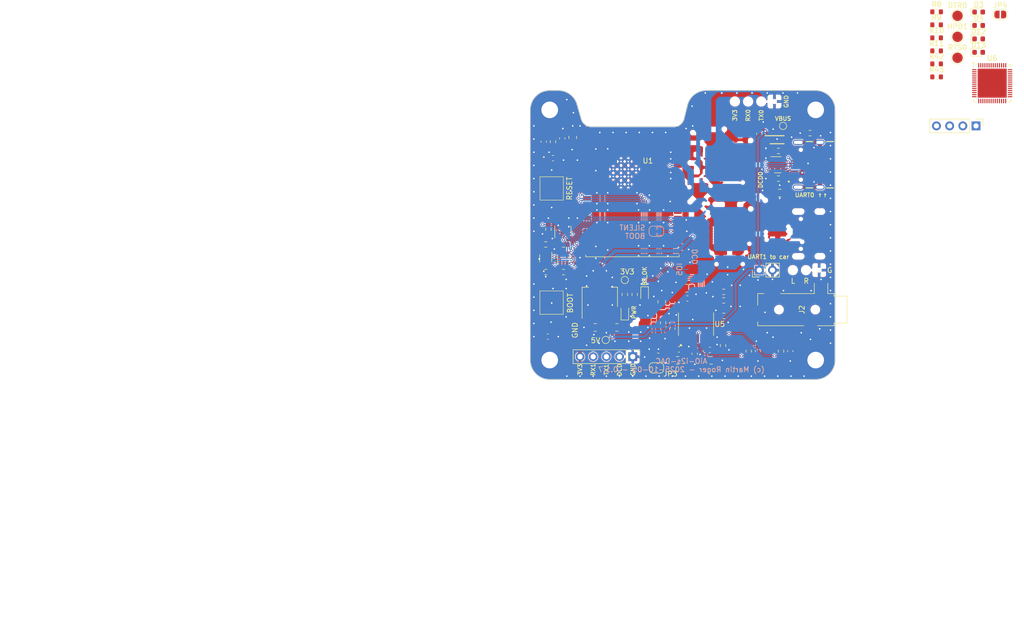
<source format=kicad_pcb>
(kicad_pcb (version 20241229) (generator "pcbnew") (generator_version "9.0")
  (title_block (title "AiO-i2s-DAC") (date "2025-10-05") (rev "0.1.7") (company "Martin Roger"))
  (layers (0 "F.Cu" signal "Top") (2 "B.Cu" signal "Bottom") (13 "F.Paste" user) (15 "B.Paste" user) (5 "F.SilkS" user "F.Silkscreen") (7 "B.SilkS" user "B.Silkscreen") (1 "F.Mask" user) (3 "B.Mask" user) (25 "Edge.Cuts" user))
  (net 0 "")
  (net 1 "EN")
  (net 2 "RXD1")
  (net 3 "BOOT")
  (net 4 "TXD1")
  (net 5 "Net-(D3-A)")
  (net 6 "RXD0")
  (net 7 "TXD0")
  (net 8 "Net-(D5-A)")
  (net 9 "IO18")
  (net 10 "Net-(D6-A)")
  (net 11 "VBUS")
  (net 12 "Net-(D4-A)")
  (net 13 "/usb_dn")
  (net 14 "/usb_dp")
  (net 15 "Net-(D12-A)")
  (net 16 "Net-(Q3-B)")
  (net 17 "RTS0")
  (net 18 "DTR0")
  (net 19 "Net-(JP2-A)")
  (net 20 "Net-(D13-A)")
  (net 21 "HP_DETECT")
  (net 22 "Net-(JP4-A)")
  (net 23 "Net-(JP4-B)")
  (net 28 "ROUT")
  (net 29 "AGND")
  (net 30 "LOUT")
  (net 31 "+3.3V")
  (net 32 "+5V")
  (net 33 "Net-(J5-SHELL_GND)")
  (net 35 "IO2")
  (net 36 "IO0")
  (net 37 "Net-(U5-VNEG)")
  (net 44 "VDD3P3")
  (net 60 "Net-(U6-VDDA-Pad55)")
  (net 70 "Net-(J5-CC2)")
  (net 71 "Net-(J5-CC1)")
  (net 73 "Net-(U6-GPIO16{slash}ADC2_CH5{slash}XTAL_32K_N)")
  (net 78 "IO5")
  (net 80 "Net-(Q6B-B2)")
  (net 81 "Net-(Q6A-B1)")
  (net 82 "Net-(Q4B-B2)")
  (net 83 "Net-(Q4A-B1)")
  (net 88 "Net-(U5-LDOO)")
  (net 89 "Net-(U5-CAPM)")
  (net 90 "Net-(U5-CAPP)")
  (net 91 "AVDD")
  (net 92 "DVDD")
  (net 93 "Net-(U5-OUTL)")
  (net 94 "Net-(U5-OUTR)")
  (net 95 "SCK_IN")
  (net 96 "FILTER")
  (net 97 "DEMPH")
  (net 98 "MUTE")
  (net 99 "FORMAT")
  (net 103 "WSEL")
  (net 105 "DIN")
  (net 110 "BCLK")
  (footprint "Capacitor_SMD:C_0603_1608Metric" (layer "F.Cu") (at 129.667 90.297 90)
    (property "Reference" "C3" (hide yes))
    (property "Value" "0.1uF 50V" (hide yes))
  )
  (footprint "DIY:TL3305BF260QG" (layer "F.Cu") (at 131.191 99.314 -90)
    (property "Reference" "S2" (hide yes))
    (property "Value" "TL3305BF260QG" (hide yes))
  )
  (footprint "Capacitor_SMD:C_0805_2012Metric" (layer "F.Cu") (at 135.255 89.469 -90)
    (property "Reference" "C2" (hide yes))
    (property "Value" "22uF 10V" (hide yes))
  )
  (footprint "MountingHole:MountingHole_3.2mm_M3_Pad_TopBottom" (layer "F.Cu") (at 130.812 132.409)
    (property "Reference" "H1" (hide yes))
    (property "Value" "MountingHole_Pad" (hide yes))
  )
  (footprint "Capacitor_SMD:C_0603_1608Metric" (layer "F.Cu") (at 157.353 120.523)
    (property "Reference" "C18" (hide yes))
    (property "Value" "0.1uF 50V")
  )
  (footprint "Capacitor_SMD:C_0805_2012Metric" (layer "F.Cu") (at 161.925 132.461)
    (property "Reference" "C21" (hide yes))
    (property "Value" "10uF 16V")
  )
  (footprint "Capacitor_SMD:C_0805_2012Metric" (layer "F.Cu") (at 143.764 126.111 180)
    (property "Reference" "C6" (hide yes))
    (property "Value" "22uF 10V" (hide yes))
  )
  (footprint "TestPoint:TestPoint_Pad_D2.0mm" (layer "F.Cu") (at 209.3893 66.0202)
    (property "Reference" "DTR0")
    (property "Value" "TestPoint_Small")
  )
  (footprint "Resistor_SMD:R_0603_1608Metric" (layer "F.Cu") (at 164.211 129.6005 -90)
    (property "Reference" "R38" (hide yes))
    (property "Value" "10K 1%")
  )
  (footprint "Resistor_SMD:R_0603_1608Metric" (layer "F.Cu") (at 205.3593 75.2902)
    (property "Reference" "R42")
    (property "Value" "10K 1%")
  )
  (footprint "Resistor_SMD:R_0603_1608Metric" (layer "F.Cu") (at 130.048 110.109 180)
    (property "Reference" "R33" (hide yes))
    (property "Value" "10K 1%" (hide yes))
  )
  (footprint "MountingHole:MountingHole_3.2mm_M3_Pad_TopBottom" (layer "F.Cu") (at 130.812 84.159)
    (property "Reference" "H2" (hide yes))
    (property "Value" "MountingHole_Pad" (hide yes))
  )
  (footprint "Package_TO_SOT_SMD:SOT-23" (layer "F.Cu") (at 133.35 107.188 90)
    (property "Reference" "Q3" (hide yes))
    (property "Value" "BC818" (hide yes))
  )
  (footprint "DIY:SOD3716X145N" (layer "F.Cu") (at 174.625 89.916)
    (property "Reference" "D10" (hide yes))
    (property "Value" "1N5819HW-7-F" (hide yes))
  )
  (footprint "Capacitor_SMD:C_0603_1608Metric" (layer "F.Cu") (at 155.702 130.3625)
    (property "Reference" "C25" (hide yes))
    (property "Value" "0.1uF 50V")
  )
  (footprint "MountingHole:MountingHole_3.2mm_M3_Pad_TopBottom" (layer "F.Cu") (at 182.062 84.159)
    (property "Reference" "H4" (hide yes))
    (property "Value" "MountingHole_Pad" (hide yes))
  )
  (footprint "Capacitor_SMD:C_0805_2012Metric" (layer "F.Cu") (at 175.133 100.203)
    (property "Reference" "C16" (hide yes))
    (property "Value" "22uF 10V" (hide yes))
  )
  (footprint "Capacitor_SMD:C_0805_2012Metric" (layer "F.Cu") (at 139.573 126.111)
    (property "Reference" "C7" (hide yes))
    (property "Value" "22uF 10V" (hide yes))
  )
  (footprint "Resistor_SMD:R_0603_1608Metric" (layer "F.Cu") (at 164.338 123.8855)
    (property "Reference" "R40" (hide yes))
    (property "Value" "10K 1%")
  )
  (footprint "Resistor_SMD:R_0603_1608Metric" (layer "F.Cu") (at 130.556 107.188 -90)
    (property "Reference" "R12" (hide yes))
    (property "Value" "10K 1%" (hide yes))
  )
  (footprint "LED_SMD:LED_0603_1608Metric" (layer "F.Cu") (at 213.4593 70.4702)
    (property "Reference" "D12")
    (property "Value" "2.1V G 10mA")
  )
  (footprint "Capacitor_SMD:C_0603_1608Metric" (layer "F.Cu") (at 154.432 126.365 90)
    (property "Reference" "C20" (hide yes))
    (property "Value" "2.2uF 16V")
  )
  (footprint "Capacitor_SMD:C_0603_1608Metric" (layer "F.Cu") (at 171.196 88.773 90)
    (property "Reference" "C12" (hide yes))
    (property "Value" "10uF 10V" (hide yes))
  )
  (footprint "Resistor_SMD:R_0603_1608Metric" (layer "F.Cu") (at 205.3593 77.8002)
    (property "Reference" "R43")
    (property "Value" "10K 1%")
  )
  (footprint "LED_SMD:LED_0603_1608Metric" (layer "F.Cu") (at 213.4593 73.0602)
    (property "Reference" "D13")
    (property "Value" "2.1V G 10mA")
  )
  (footprint "DIY:GCT_USB4105-GF-A" (layer "F.Cu") (at 182.88 94.742 90)
    (property "Reference" "J5" (hide yes))
    (property "Value" "USB4105-GF-A" (hide yes))
  )
  (footprint "Resistor_SMD:R_0603_1608Metric" (layer "F.Cu") (at 150.876 124.714 -90)
    (property "Reference" "R41" (hide yes))
    (property "Value" "0R")
  )
  (footprint "Resistor_SMD:R_0603_1608Metric" (layer "F.Cu") (at 205.3593 72.7802)
    (property "Reference" "R11")
    (property "Value" "1K 1%")
  )
  (footprint "LED_SMD:LED_0603_1608Metric" (layer "F.Cu") (at 213.4593 67.8802)
    (property "Reference" "D4")
    (property "Value" "2.1V G 10mA")
  )
  (footprint "Package_TO_SOT_SMD:SOT-363_SC-70-6" (layer "F.Cu") (at 130.048 112.776 -90)
    (property "Reference" "Q4" (hide yes))
    (property "Value" "MBT3904DW1" (hide yes))
  )
  (footprint "Capacitor_SMD:C_0603_1608Metric" (layer "F.Cu") (at 177.165 130.683 -90)
    (property "Reference" "C28" (hide yes))
    (property "Value" "2.2nF")
  )
  (footprint "Connector_PinHeader_2.54mm:PinHeader_1x05_P2.54mm_Vertical" (layer "F.Cu") (at 146.812 131.7498 -90)
    (property "Reference" "J1" (hide yes))
    (property "Value" "UART1")
  )
  (footprint "PCM_Espressif:ESP32-WROVER-E_ThermalVias" (layer "F.Cu") (at 146.7596 96.7798)
    (property "Reference" "U1")
    (property "Value" "ESP32-WROVER-E")
  )
  (footprint "TestPoint:TestPoint_Pad_D1.0mm" (layer "F.Cu") (at 141.605 128.524)
    (property "Reference" "5V1" (hide yes))
    (property "Value" "TestPoint_Small" (hide yes))
  )
  (footprint "Package_TO_SOT_SMD:SOT-223-3_TabPin2" (layer "F.Cu") (at 140.462 120.269 90)
    (property "Reference" "U2" (hide yes))
    (property "Value" "AZ1117CH-3.3TRG1" (hide yes))
  )
  (footprint "Resistor_SMD:R_0603_1608Metric" (layer "F.Cu") (at 175.387 130.683 -90)
    (property "Reference" "R4" (hide yes))
    (property "Value" "470R 1%")
  )
  (footprint "Resistor_SMD:R_0603_1608Metric" (layer "F.Cu") (at 133.477 115.443 180)
    (property "Reference" "R13" (hide yes))
    (property "Value" "10K 1%" (hide yes))
  )
  (footprint "Resistor_SMD:R_0603_1608Metric" (layer "F.Cu") (at 174.879 97.409)
    (property "Reference" "R20" (hide yes))
    (property "Value" "5.1K 1%" (hide yes))
  )
  (footprint "Resistor_SMD:R_0603_1608Metric" (layer "F.Cu") (at 131.445 90.297 -90)
    (property "Reference" "R7" (hide yes))
    (property "Value" "10K 1%" (hide yes))
  )
  (footprint "MountingHole:MountingHole_3.2mm_M3_Pad_TopBottom" (layer "F.Cu") (at 182.062 132.409)
    (property "Reference" "H3" (hide yes))
    (property "Value" "MountingHole_Pad" (hide yes))
  )
  (footprint "Jumper:SolderJumper-2_P1.3mm_Open_RoundedPad1.0x1.5mm" (layer "F.Cu") (at 151.384 133.9185 180)
    (property "Reference" "JP3")
    (property "Value" "Ferrite bypass")
  )
  (footprint "Resistor_SMD:R_0603_1608Metric" (layer "F.Cu") (at 180.975 88.646 180)
    (property "Reference" "R21" (hide yes))
    (property "Value" "0R" (hide yes))
  )
  (footprint "Resistor_SMD:R_0603_1608Metric" (layer "F.Cu") (at 205.3593 70.2702)
    (property "Reference" "R10")
    (property "Value" "1K 1%")
  )
  (footprint "Connector_PinHeader_2.54mm:PinHeader_1x02_P2.54mm_Vertical" (layer "F.Cu") (at 171.196 115.062 90)
    (property "Reference" "J7" (hide yes))
    (property "Value" "Conn_01x02")
  )
  (footprint "Capacitor_SMD:C_0805_2012Metric" (layer "F.Cu") (at 157.226 118.5515 180)
    (property "Reference" "C29" (hide yes))
    (property "Value" "10uF 16V")
  )
  (footprint "Package_TO_SOT_SMD:SOT-143" (layer "F.Cu") (at 174.752 94.742)
    (property "Reference" "D7" (hide yes))
    (property "Value" "SP0503BAHTG" (hide yes))
  )
  (footprint "Capacitor_SMD:C_0805_2012Metric" (layer "F.Cu") (at 152.4 121.158 90)
    (property "Reference" "C24" (hide yes))
    (property "Value" "10uF 16V")
  )
  (footprint "Resistor_SMD:R_0603_1608Metric" (layer "F.Cu") (at 152.654 125.222 90)
    (property "Reference" "R39" (hide yes))
    (property "Value" "10K 1%")
  )
  (footprint "TestPoint:TestPoint_Pad_D2.0mm" (layer "F.Cu") (at 209.3893 70.0702)
    (property "Reference" "HPD1")
    (property "Value" "TestPoint_Small")
  )
  (footprint "Capacitor_SMD:C_0603_1608Metric" (layer "F.Cu") (at 130.442 127.889 180)
    (property "Reference" "C9" (hide yes))
    (property "Value" "0.1uF 50V" (hide yes))
  )
  (footprint "Connector_Audio:Jack_3.5mm_CUI_SJ-3524-SMT_Horizontal" (layer "F.Cu") (at 179.491 122.682 -90)
    (property "Reference" "J2")
    (property "Value" "SJ-3524-SMT-TR")
  )
  (footprint "Package_TO_SOT_SMD:SOT-363_SC-70-6" (layer "F.Cu") (at 133.477 112.776 90)
    (property "Reference" "Q6" (hide yes))
    (property "Value" "MBT3904DW1" (hide yes))
  )
  (footprint "Resistor_SMD:R_0603_1608Metric" (layer "F.Cu") (at 205.3593 65.2502)
    (property "Reference" "R8")
    (property "Value" "1K 1%")
  )
  (footprint "LED_SMD:LED_0603_1608Metric" (layer "F.Cu") (at 149.098 119.761 -90)
    (property "Reference" "D6" (hide yes))
    (property "Value" "2V R 10mA" (hide yes))
  )
  (footprint "Capacitor_SMD:C_0603_1608Metric" (layer "F.Cu") (at 133.223 89.649 -90)
    (property "Reference" "C1" (hide yes))
    (property "Value" "0.1uF 50V" (hide yes))
  )
  (footprint "LED_SMD:LED_0603_1608Metric" (layer "F.Cu") (at 213.4593 65.2902)
    (property "Reference" "D3")
    (property "Value" "2.1V G 10mA")
  )
  (footprint "Resistor_SMD:R_0603_1608Metric" (layer "F.Cu") (at 147.193 119.761 -90)
    (property "Reference" "R6" (hide yes))
    (property "Value" "1K 1%" (hide yes))
  )
  (footprint "TestPoint:TestPoint_Pad_D1.0mm" (layer "F.Cu") (at 145.288 116.967)
    (property "Reference" "3V1" (hide yes))
    (property "Value" "TestPoint_Small" (hide yes))
  )
  (footprint "Resistor_SMD:R_0603_1608Metric" (layer "F.Cu") (at 205.3593 67.7602)
    (property "Reference" "R9")
    (property "Value" "1K 1%")
  )
  (footprint "Resistor_SMD:R_0603_1608Metric" (layer "F.Cu") (at 164.338 120.904)
    (property "Reference" "R37" (hide yes))
    (property "Value" "10K 1%")
  )
  (footprint "TestPoint:TestPoint_Pad_D2.0mm" (layer "F.Cu") (at 209.3893 74.1202)
    (property "Reference" "RTS0")
    (property "Value" "TestPoint_Small")
  )
  (footprint "TestPoint:TestPoint_Pad_D1.0mm" (layer "F.Cu") (at 175.768 87.249)
    (property "Reference" "VBUS1" (hide yes))
    (property "Value" "TestPoint_Small" (hide yes))
  )
  (footprint "Capacitor_SMD:C_0603_1608Metric" (layer "F.Cu") (at 161.671 130.429 180)
    (property "Reference" "C22" (hide yes))
    (property "Value" "0.1uF 50V")
  )
  (footprint "DIY:TL3305BF260QG" (layer "F.Cu") (at 131.167 121.329 -90)
    (property "Reference" "S1" (hide yes))
    (property "Value" "TL3305BF260QG" (hide yes))
  )
  (footprint "Resistor_SMD:R_0603_1608Metric" (layer "F.Cu") (at 169.164 130.683 90)
    (property "Reference" "R3" (hide yes))
    (property "Value" "470R 1%")
  )
  (footprint "Resistor_SMD:R_0603_1608Metric" (layer "F.Cu") (at 174.879 92.075001 180)
    (property "Reference" "R22" (hide yes))
    (property "Value" "5.1K 1%" (hide yes))
  )
  (footprint "Resistor_SMD:R_0603_1608Metric" (layer "F.Cu") (at 130.048 115.443 180)
    (property "Reference" "R32" (hide yes))
    (property "Value" "10K 1%" (hide yes))
  )
  (footprint "Resistor_SMD:R_0603_1608Metric" (layer "F.Cu") (at 145.288 119.761 -90)
    (property "Reference" "R5" (hide yes))
    (property "Value" "1K 1%" (hide yes))
  )
  (footprint "Capacitor_SMD:C_0603_1608Metric" (layer "F.Cu") (at 154.432 121.285 -90)
    (property "Reference" "C23" (hide yes))
    (property "Value" "0.1uF 50V")
  )
  (footprint "Package_DFN_QFN:QFN-56-1EP_7x7mm_P0.4mm_EP5.6x5.6mm" (layer "F.Cu") (at 216.0693 79.0102)
    (property "Reference" "U6")
    (property "Value" "ESP32-S3")
  )
  (footprint "Connector_PinHeader_2.54mm:PinHeader_1x04_P2.54mm_Vertical" (layer "F.Cu") (at 212.9536 87.249 -90)
    (property "Reference" "J4" (hide yes))
    (property "Value" "UART0" (hide yes))
  )
  (footprint "Capacitor_SMD:C_0805_2012Metric" (layer "F.Cu") (at 155.448 132.461 180)
    (property "Reference" "C26" (hide yes))
    (property "Value" "10uF 16V")
  )
  (footprint "Package_SO:TSSOP-20_4.4x6.5mm_P0.65mm" (layer "F.Cu") (at 159.004 125.476 90)
    (property "Reference" "U5")
    (property "Value" "PCM5102A")
  )
  (footprint "Resistor_SMD:R_0603_1608Metric" (layer "F.Cu") (at 133.477 110.109 180)
    (property "Reference" "R14" (hide yes))
    (property "Value" "10K 1%" (hide yes))
  )
  (footprint "Capacitor_SMD:C_0603_1608Metric" (layer "F.Cu") (at 158.75 131.191 90)
    (property "Reference" "C17" (hide yes))
    (property "Value" "2.2uF 16V")
  )
  (footprint "Resistor_SMD:R_0603_1608Metric" (layer "F.Cu") (at 164.338 119.253)
    (property "Reference" "R36" (hide yes))
    (property "Value" "10K 1%")
  )
  (footprint "Jumper:SolderJumper-2_P1.3mm_Open_RoundedPad1.0x1.5mm" (layer "F.Cu") (at 217.6393 65.7702)
    (property "Reference" "JP4")
    (property "Value" "HPD bypass")
  )
  (footprint "Capacitor_SMD:C_0603_1608Metric" (layer "F.Cu") (at 131.445 93.472)
    (property "Reference" "C8" (hide yes))
    (property "Value" "0.1uF 50V" (hide yes))
  )
  (footprint "Capacitor_SMD:C_0603_1608Metric" (layer "F.Cu") (at 170.942 130.683 -90)
    (property "Reference" "C27" (hide yes))
    (property "Value" "2.2nF")
  )
  (footprint "Inductor_SMD:L_0603_1608Metric" (layer "F.Cu") (at 151.7395 131.572)
    (property "Reference" "FB1" (hide yes))
    (property "Value" "120R@100MHz")
  )
  (footprint "LED_SMD:LED_0603_1608Metric" (layer "F.Cu") (at 145.288 123.19 90)
    (property "Reference" "D5" (hide yes))
    (property "Value" "2.1V O 10mA" (hide yes))
  )
  (footprint "Jumper:SolderJumper-2_P1.3mm_Bridged_RoundedPad1.0x1.5mm" (layer "B.Cu") (at 151.369 107.569 180)
    (property "Reference" "JP2" (hide yes))
    (property "Value" "SIL_BOOT")
  )
  (gr_arc (start 185.812 132.409) (mid 184.71365 135.06065) (end 182.062 136.159) (stroke (width 0.15)) (layer "Edge.Cuts"))
  (gr_line (start 182.062 136.159) (end 130.812 136.159) (stroke (width 0.15)) (layer "Edge.Cuts"))
  (gr_arc (start 182.062 80.409) (mid 184.71365 81.50735) (end 185.812 84.159) (stroke (width 0.15)) (layer "Edge.Cuts"))
  (gr_line (start 138.820603 87.409) (end 154.750447 87.409) (stroke (width 0.15)) (layer "Edge.Cuts"))
  (gr_line (start 156.690732 85.894071) (end 157.351877 83.249491) (stroke (width 0.15)) (layer "Edge.Cuts"))
  (gr_arc (start 130.812 136.159) (mid 128.16035 135.06065) (end 127.062 132.409) (stroke (width 0.15)) (layer "Edge.Cuts"))
  (gr_arc (start 127.062 84.159) (mid 128.16035 81.50735) (end 130.812 80.409) (stroke (width 0.15)) (layer "Edge.Cuts"))
  (gr_line (start 136.089085 83.128796) (end 136.897555 85.958442) (stroke (width 0.15)) (layer "Edge.Cuts"))
  (gr_line (start 185.812 84.159) (end 185.812 132.409) (stroke (width 0.15)) (layer "Edge.Cuts"))
  (gr_line (start 130.812 80.409) (end 132.48337 80.409) (stroke (width 0.15)) (layer "Edge.Cuts"))
  (gr_arc (start 156.690732 85.894071) (mid 155.981271 86.985411) (end 154.750447 87.409) (stroke (width 0.15)) (layer "Edge.Cuts"))
  (gr_arc (start 132.48337 80.409) (mid 134.741603 81.165193) (end 136.089085 83.128796) (stroke (width 0.15)) (layer "Edge.Cuts"))
  (gr_arc (start 138.820603 87.409) (mid 137.61621 87.005698) (end 136.897555 85.958442) (stroke (width 0.15)) (layer "Edge.Cuts"))
  (gr_arc (start 157.351877 83.249491) (mid 158.682116 81.203229) (end 160.989912 80.409) (stroke (width 0.15)) (layer "Edge.Cuts"))
  (gr_line (start 160.989912 80.409) (end 182.062 80.409) (stroke (width 0.15)) (layer "Edge.Cuts"))
  (gr_line (start 127.062 132.409) (end 127.062 84.159) (stroke (width 0.15)) (layer "Edge.Cuts"))
  (gr_text "GND" (at 136.271 128.27 90) (layer "F.SilkS") (effects (font (size 1 1)) (justify left bottom)))
  (gr_text "L" (at 177.6984 117.1702 0) (layer "F.SilkS") (effects (font (size 1 1))))
  (gr_text "UART1 to car" (at 172.9232 112.4966 0) (layer "F.SilkS") (effects (font (size 0.8 0.8))))
  (gr_text "3V3" (at 136.652 134.239 90) (layer "F.SilkS") (effects (font (size 0.8 0.8))))
  (gr_text "5V" (at 138.6332 129.2098 0) (layer "F.SilkS") (effects (font (size 1 1)) (justify left bottom)))
  (gr_text "GND" (at 176.403 82.55 90) (layer "F.SilkS") (effects (font (size 0.8 0.8))))
  (gr_text "3V3" (at 166.497 85.217 90) (layer "F.SilkS") (effects (font (size 0.8 0.8))))
  (gr_text "VBUS" (at 175.768 85.852 0) (layer "F.SilkS") (effects (font (size 0.8 0.8))))
  (gr_text "RESET" (at 134.62 99.314 90) (layer "F.SilkS") (effects (font (size 1 1))))
  (gr_text "RX1" (at 139.192 134.239 90) (layer "F.SilkS") (effects (font (size 0.8 0.8))))
  (gr_text "RX0" (at 169.037 85.217 90) (layer "F.SilkS") (effects (font (size 0.8 0.8))))
  (gr_text "TX0" (at 171.577 85.217 90) (layer "F.SilkS") (effects (font (size 0.8 0.8))))
  (gr_text "3V3" (at 144.272 115.951 0) (layer "F.SilkS") (effects (font (size 1 1)) (justify left bottom)))
  (gr_text "BOOT" (at 134.747 121.412 90) (layer "F.SilkS") (effects (font (size 1 1))))
  (gr_text "GND" (at 146.8628 134.239 90) (layer "F.SilkS") (effects (font (size 0.8 0.8))))
  (gr_text "UART0 ↑↑" (at 181.229 100.584 0) (layer "F.SilkS") (effects (font (size 0.8 0.8))))
  (gr_text "PWR" (at 147.066 123.19 90) (layer "F.SilkS") (effects (font (size 0.8 0.8))))
  (gr_text "DCD\n" (at 144.272 134.2898 90) (layer "F.SilkS") (effects (font (size 0.8 0.8))))
  (gr_text "DCD0" (at 171.45 97.663 90) (layer "F.SilkS") (effects (font (size 0.8 0.8))))
  (gr_text "G" (at 184.7596 115.0874 0) (layer "F.SilkS") (effects (font (size 1 1))))
  (gr_text "TX1" (at 141.732 134.239 90) (layer "F.SilkS") (effects (font (size 0.8 0.8))))
  (gr_text "R" (at 180.2384 117.1702 0) (layer "F.SilkS") (effects (font (size 1 1))))
  (gr_text "BT_OK" (at 149.098 116.205 90) (layer "F.SilkS") (effects (font (size 0.8 0.8))))
  (gr_text "SILENT\nBOOT" (at 149.3012 109.093 0) (layer "B.SilkS") (effects (font (size 1 1)) (justify left bottom mirror)))
  (gr_text "DCD" (at 159.385 110.871 90) (layer "B.SilkS") (effects (font (size 1 1)) (justify left bottom mirror)))
  (gr_text "${TITLE}\n(c) ${COMPANY} - ${ISSUE_DATE} - ${REVISION}" (at 156.1846 133.4262 0) (layer "B.SilkS") (effects (font (size 1 1)) (justify mirror)))
  (gr_text "IO5" (at 156.4132 113.5634 90) (layer "B.SilkS") (effects (font (size 1 1)) (justify left bottom mirror)))
  (segment (start 132.691 93.943) (end 132.691 95.714) (width 0.2032) (layer "F.Cu") (net 1))
  (segment (start 132.22 93.472) (end 132.22 92.469) (width 0.2032) (layer "F.Cu") (net 1))
  (segment (start 135.5564 93.218) (end 137.7096 91.0648) (width 0.2032) (layer "F.Cu") (net 1))
  (segment (start 132.691 105.5915) (end 132.691 102.914) (width 0.2032) (layer "F.Cu") (net 1))
  (segment (start 132.474 93.218) (end 135.5564 93.218) (width 0.2032) (layer "F.Cu") (net 1))
  (segment (start 132.22 93.472) (end 132.691 93.943) (width 0.2032) (layer "F.Cu") (net 1))
  (segment (start 132.22 93.472) (end 132.474 93.218) (width 0.2032) (layer "F.Cu") (net 1))
  (segment (start 133.35 106.2505) (end 132.691 105.5915) (width 0.2032) (layer "F.Cu") (net 1))
  (segment (start 132.691 95.714) (end 132.691 102.914) (width 0.2032) (layer "F.Cu") (net 1))
  (segment (start 137.7096 91.0648) (end 138.0096 91.0648) (width 0.2032) (layer "F.Cu") (net 1))
  (segment (start 131.445 91.694) (end 131.445 91.122) (width 0.2032) (layer "F.Cu") (net 1))
  (segment (start 132.22 92.469) (end 131.445 91.694) (width 0.2032) (layer "F.Cu") (net 1))
  (segment (start 128.524 109.093) (end 128.143 109.474) (width 0.2032) (layer "F.Cu") (net 3))
  (segment (start 129.667 124.929) (end 129.667 117.729) (width 0.2032) (layer "F.Cu") (net 3))
  (segment (start 129.857 109.093) (end 128.524 109.093) (width 0.2032) (layer "F.Cu") (net 3))
  (segment (start 129.667 127.889) (end 129.667 124.929) (width 0.2032) (layer "F.Cu") (net 3))
  (segment (start 130.873 115.443) (end 130.873 117.285) (width 0.2032) (layer "F.Cu") (net 3))
  (segment (start 128.143 109.474) (end 128.143 116.205) (width 0.2032) (layer "F.Cu") (net 3))
  (segment (start 128.143 116.205) (end 129.667 117.729) (width 0.2032) (layer "F.Cu") (net 3))
  (segment (start 130.873 117.285) (end 130.429 117.729) (width 0.2032) (layer "F.Cu") (net 3))
  (segment (start 130.429 117.729) (end 129.667 117.729) (width 0.2032) (layer "F.Cu") (net 3))
  (segment (start 130.873 110.109) (end 129.857 109.093) (width 0.2032) (layer "F.Cu") (net 3))
  (segment (start 154.0256 94.869) (end 155.995 94.869) (width 0.2032) (layer "F.Cu") (net 4))
  (segment (start 153.9748 94.9198) (end 154.0256 94.869) (width 0.2032) (layer "F.Cu") (net 4))
  (via (at 153.9748 94.9198) (size 0.6) (drill 0.3) (layers "F.Cu" "B.Cu") (net 4))
  (segment (start 153.9748 94.9198) (end 154.0256 94.869) (width 0.2032) (layer "B.Cu") (net 4))
  (segment (start 154.0256 94.869) (end 155.575 94.869) (width 0.2032) (layer "B.Cu") (net 4))
  (segment (start 145.288 120.586) (end 145.288 122.4025) (width 0.2032) (layer "F.Cu") (net 8))
  (segment (start 153.405262 113.929738) (end 153.397338 113.929738) (width 0.2032) (layer "F.Cu") (net 9))
  (segment (start 154.0754 99.1352) (end 154.5258 98.6848) (width 0.2032) (layer "F.Cu") (net 9))
  (segment (start 149.098 116.967) (end 149.098 118.9735) (width 0.2032) (layer "F.Cu") (net 9))
  (segment (start 153.3662 99.1352) (end 154.0754 99.1352) (width 0.2032) (layer "F.Cu") (net 9))
  (segment (start 153.397338 113.929738) (end 153.416 113.911076) (width 0.2032) (layer "F.Cu") (net 9))
  (segment (start 151.6888 100.8126) (end 153.3662 99.1352) (width 0.2032) (layer "F.Cu") (net 9))
  (segment (start 153.416 113.661309) (end 151.6888 111.934108) (width 0.2032) (layer "F.Cu") (net 9))
  (segment (start 154.5258 98.6848) (end 155.5096 98.6848) (width 0.2032) (layer "F.Cu") (net 9))
  (segment (start 153.416 113.911076) (end 153.416 113.661309) (width 0.2032) (layer "F.Cu") (net 9))
  (segment (start 151.6888 111.934108) (end 151.6888 100.8126) (width 0.2032) (layer "F.Cu") (net 9))
  (via (at 153.405262 113.929738) (size 0.6) (drill 0.3) (layers "F.Cu" "B.Cu") (net 9))
  (via (at 149.098 116.967) (size 0.6) (drill 0.3) (layers "F.Cu" "B.Cu") (net 9))
  (segment (start 151.003 116.967) (end 149.098 116.967) (width 0.2032) (layer "B.Cu") (net 9))
  (segment (start 153.405262 113.929738) (end 153.405262 114.564738) (width 0.2032) (layer "B.Cu") (net 9))
  (segment (start 153.405262 114.564738) (end 151.003 116.967) (width 0.2032) (layer "B.Cu") (net 9))
  (segment (start 147.2305 120.5485) (end 147.193 120.586) (width 0.2032) (layer "F.Cu") (net 10))
  (segment (start 149.098 120.5485) (end 147.2305 120.5485) (width 0.2032) (layer "F.Cu") (net 10))
  (segment (start 176.403 97.911894) (end 176.403 99.883) (width 0.2032) (layer "F.Cu") (net 11))
  (segment (start 177.41522 92.342) (end 178.125 92.342) (width 0.508) (layer "F.Cu") (net 11))
  (segment (start 176.275 89.026) (end 175.768 88.519) (width 0.2032) (layer "F.Cu") (net 11))
  (segment (start 176.275 89.916) (end 176.275 89.026) (width 0.2032) (layer "F.Cu") (net 11))
  (segment (start 176.275 89.916) (end 176.911 90.552) (width 0.508) (layer "F.Cu") (net 11))
  (segment (start 175.768 88.519) (end 175.768 87.249) (width 0.2032) (layer "F.Cu") (net 11))
  (segment (start 176.403 99.883) (end 176.083 100.203) (width 0.2032) (layer "F.Cu") (net 11))
  (segment (start 173.559 95.885) (end 173.752 95.692) (width 0.2032) (layer "F.Cu") (net 11))
  (segment (start 172.593 95.885) (end 173.559 95.885) (width 0.2032) (layer "F.Cu") (net 11))
  (segment (start 177.172894 97.142) (end 176.403 97.911894) (width 0.2032) (layer "F.Cu") (net 11))
  (segment (start 176.911 90.552) (end 176.911 91.83778) (width 0.508) (layer "F.Cu") (net 11))
  (segment (start 176.911 91.83778) (end 177.41522 92.342) (width 0.508) (layer "F.Cu") (net 11))
  (segment (start 178.125 97.142) (end 177.172894 97.142) (width 0.2032) (layer "F.Cu") (net 11))
  (via (at 172.593 95.885) (size 0.6) (drill 0.3) (layers "F.Cu" "B.Cu") (net 11))
  (via (at 179.451 96.266) (size 0.6) (drill 0.3) (layers "F.Cu" "B.Cu") (net 11))
  (segment (start 176.080725 95.3302) (end 173.1478 95.3302) (width 0.2032) (layer "B.Cu") (net 11))
  (segment (start 179.07 95.885) (end 176.635525 95.885) (width 0.2032) (layer "B.Cu") (net 11))
  (segment (start 179.451 96.266) (end 179.07 95.885) (width 0.2032) (layer "B.Cu") (net 11))
  (segment (start 173.1478 95.3302) (end 172.593 95.885) (width 0.2032) (layer "B.Cu") (net 11))
  (segment (start 176.635525 95.885) (end 176.080725 95.3302) (width 0.2032) (layer "B.Cu") (net 11))
  (segment (start 178.947 94.492) (end 178.125 94.492) (width 0.254) (layer "F.Cu") (net 13))
  (segment (start 178.125 94.492) (end 177.262499 94.492) (width 0.254) (layer "F.Cu") (net 13))
  (segment (start 178.954 95.492) (end 179.07 95.376) (width 0.254) (layer "F.Cu") (net 13))
  (segment (start 179.07 94.615) (end 178.947 94.492) (width 0.254) (layer "F.Cu") (net 13))
  (segment (start 176.784 94.234) (end 176.719001 94.234) (width 0.254) (layer "F.Cu") (net 13))
  (segment (start 177.215699 94.5388) (end 177.023801 94.5388) (width 0.254) (layer "F.Cu") (net 13))
  (segment (start 179.07 95.376) (end 179.07 94.615) (width 0.254) (layer "F.Cu") (net 13))
  (segment (start 178.125 95.492) (end 178.954 95.492) (width 0.254) (layer "F.Cu") (net 13))
  (segment (start 177.262499 94.492) (end 177.215699 94.5388) (width 0.254) (layer "F.Cu") (net 13))
  (segment (start 176.784 94.298999) (end 176.784 94.234) (width 0.254) (layer "F.Cu") (net 13))
  (segment (start 177.023801 94.5388) (end 176.784 94.298999) (width 0.254) (layer "F.Cu") (net 13))
  (segment (start 176.719001 94.234) (end 176.277001 93.792) (width 0.254) (layer "F.Cu") (net 13))
  (segment (start 176.277001 93.792) (end 175.752 93.792) (width 0.254) (layer "F.Cu") (net 13))
  (via (at 176.784 94.234) (size 0.6) (drill 0.3) (layers "F.Cu" "B.Cu") (net 13))
  (via (at 172.466 94.3698) (size 0.6) (drill 0.3) (layers "F.Cu" "B.Cu") (net 13))
  (segment (start 176.4752 94.5428) (end 176.784 94.234) (width 0.254) (layer "B.Cu") (net 13))
  (segment (start 172.639 94.5428) (end 176.4752 94.5428) (width 0.254) (layer "B.Cu") (net 13))
  (segment (start 172.466 94.3698) (end 172.639 94.5428) (width 0.254) (layer "B.Cu") (net 13))
  (segment (start 177.431 93.992) (end 176.784 93.345) (width 0.254) (layer "F.Cu") (net 14))
  (segment (start 176.784 95.25) (end 176.719001 95.25) (width 0.254) (layer "F.Cu") (net 14))
  (segment (start 178.125 94.992) (end 177.262499 94.992) (width 0.254) (layer "F.Cu") (net 14))
  (segment (start 176.784 95.185001) (end 176.784 95.25) (width 0.254) (layer "F.Cu") (net 14))
  (segment (start 176.277001 95.692) (end 175.752 95.692) (width 0.254) (layer "F.Cu") (net 14))
  (segment (start 178.125 93.992) (end 177.431 93.992) (width 0.254) (layer "F.Cu") (net 14))
  (segment (start 177.215699 94.9452) (end 177.023801 94.9452) (width 0.254) (layer "F.Cu") (net 14))
  (segment (start 177.262499 94.992) (end 177.215699 94.9452) (width 0.254) (layer "F.Cu") (net 14))
  (segment (start 176.719001 95.25) (end 176.277001 95.692) (width 0.254) (layer "F.Cu") (net 14))
  (segment (start 177.023801 94.9452) (end 176.784 95.185001) (width 0.254) (layer "F.Cu") (net 14))
  (via (at 176.784 95.25) (size 0.6) (drill 0.3) (layers "F.Cu" "B.Cu") (net 14))
  (via (at 176.784 93.345) (size 0.6) (drill 0.3) (layers "F.Cu" "B.Cu") (net 14))
  (via (at 172.466 95.1222) (size 0.6) (drill 0.3) (layers "F.Cu" "B.Cu") (net 14))
  (segment (start 172.639 94.9492) (end 176.4832 94.9492) (width 0.254) (layer "B.Cu") (net 14))
  (segment (start 177.3634 93.9244) (end 177.3634 94.6706) (width 0.254) (layer "B.Cu") (net 14))
  (segment (start 176.4832 94.9492) (end 176.784 95.25) (width 0.254) (layer "B.Cu") (net 14))
  (segment (start 172.466 95.1222) (end 172.639 94.9492) (width 0.254) (layer "B.Cu") (net 14))
  (segment (start 176.784 93.345) (end 177.3634 93.9244) (width 0.254) (layer "B.Cu") (net 14))
  (segment (start 177.3634 94.6706) (end 176.784 95.25) (width 0.254) (layer "B.Cu") (net 14))
  (segment (start 130.6685 108.1255) (end 130.556 108.013) (width 0.2032) (layer "F.Cu") (net 16))
  (segment (start 132.4 108.1255) (end 130.6685 108.1255) (width 0.2032) (layer "F.Cu") (net 16))
  (segment (start 133.477 109.474) (end 133.477 109.22) (width 0.2032) (layer "F.Cu") (net 17))
  (segment (start 134.302 110.109) (end 134.112 110.109) (width 0.2032) (layer "F.Cu") (net 17))
  (segment (start 133.477 109.22) (end 133.477 108.57625) (width 0.2032) (layer "F.Cu") (net 17))
  (segment (start 133.92775 108.1255) (end 134.3 108.1255) (width 0.2032) (layer "F.Cu") (net 17))
  (segment (start 133.477 108.57625) (end 133.92775 108.1255) (width 0.2032) (layer "F.Cu") (net 17))
  (segment (start 135.128 108.077) (end 134.3485 108.077) (width 0.2032) (layer "F.Cu") (net 17))
  (segment (start 134.112 110.109) (end 133.477 109.474) (width 0.2032) (layer "F.Cu") (net 17))
  (segment (start 134.4935 115.443) (end 135.5095 114.427) (width 0.2032) (layer "F.Cu") (net 17))
  (segment (start 134.302 115.443) (end 134.4935 115.443) (width 0.2032) (layer "F.Cu") (net 17))
  (segment (start 134.3485 108.077) (end 134.3 108.1255) (width 0.2032) (layer "F.Cu") (net 17))
  (via (at 133.477 109.22) (size 0.6) (drill 0.3) (layers "F.Cu" "B.Cu") (net 17))
  (via (at 135.5095 114.427) (size 0.6) (drill 0.3) (layers "F.Cu" "B.Cu") (net 17))
  (via (at 135.128 108.077) (size 0.6) (drill 0.3) (layers "F.Cu" "B.Cu") (net 17))
  (segment (start 139.065 104.14) (end 135.128 108.077) (width 0.2032) (layer "B.Cu") (net 17))
  (segment (start 134.239 111.379) (end 134.239 109.982) (width 0.2032) (layer "B.Cu") (net 17))
  (segment (start 134.239 109.982) (end 133.477 109.22) (width 0.2032) (layer "B.Cu") (net 17))
  (segment (start 135.5095 114.427) (end 135.5095 112.6495) (width 0.2032) (layer "B.Cu") (net 17))
  (segment (start 135.5095 112.6495) (end 134.239 111.379) (width 0.2032) (layer "B.Cu") (net 17))
  (segment (start 134.427 111.826) (end 134.127 111.826) (width 0.2032) (layer "F.Cu") (net 18))
  (segment (start 132.827 113.726) (end 132.827 112.918) (width 0.2032) (layer "F.Cu") (net 18))
  (segment (start 134.96025 111.29275) (end 134.427 111.826) (width 0.2032) (layer "F.Cu") (net 18))
  (segment (start 132.969 112.776) (end 133.985 112.776) (width 0.2032) (layer "F.Cu") (net 18))
  (segment (start 132.827 112.918) (end 132.969 112.776) (width 0.2032) (layer "F.Cu") (net 18))
  (segment (start 134.127 112.634) (end 134.127 111.826) (width 0.2032) (layer "F.Cu") (net 18))
  (segment (start 133.985 112.776) (end 134.127 112.634) (width 0.2032) (layer "F.Cu") (net 18))
  (segment (start 130.492 106.299) (end 130.556 106.363) (width 0.2032) (layer "F.Cu") (net 18))
  (segment (start 129.413 106.299) (end 130.492 106.299) (width 0.2032) (layer "F.Cu") (net 18))
  (via (at 129.413 106.299) (size 0.6) (drill 0.3) (layers "F.Cu" "B.Cu") (net 18))
  (via (at 134.96025 111.29275) (size 0.6) (drill 0.3) (layers "F.Cu" "B.Cu") (net 18))
  (segment (start 134.95925 110.260111) (end 134.95925 110.719889) (width 0.2032) (layer "B.Cu") (net 18))
  (segment (start 134.96025 110.720889) (end 134.96025 111.29275) (width 0.2032) (layer "B.Cu") (net 18))
  (segment (start 134.5946 109.834706) (end 134.031 109.271106) (width 0.2032) (layer "B.Cu") (net 18))
  (segment (start 135.357889 108.632) (end 135.334999 108.632) (width 0.2032) (layer "B.Cu") (net 18))
  (segment (start 135.683 108.026308) (end 135.683 108.306889) (width 0.2032) (layer "B.Cu") (net 18))
  (segment (start 134.5946 110.9271) (end 134.5946 109.834706) (width 0.2032) (layer "B.Cu") (net 18))
  (segment (start 134.031 108.990525) (end 131.339475 106.299) (width 0.2032) (layer "B.Cu") (net 18))
  (segment (start 134.95925 110.719889) (end 134.96025 110.720889) (width 0.2032) (layer "B.Cu") (net 18))
  (segment (start 135.334999 108.632) (end 135.234291 108.732708) (width 0.2032) (layer "B.Cu") (net 18))
  (segment (start 134.96025 109.00675) (end 135.234292 108.732708) (width 0.2032) (layer "B.Cu") (net 18))
  (segment (start 131.339475 106.299) (end 129.413 106.299) (width 0.2032) (layer "B.Cu") (net 18))
  (segment (start 135.234291 108.732708) (end 135.234292 108.732708) (width 0.2032) (layer "B.Cu") (net 18))
  (segment (start 134.96025 109.00675) (end 134.96025 110.259111) (width 0.2032) (layer "B.Cu") (net 18))
  (segment (start 134.96025 110.259111) (end 134.95925 110.260111) (width 0.2032) (layer "B.Cu") (net 18))
  (segment (start 139.212708 104.4966) (end 135.683 108.026308) (width 0.2032) (layer "B.Cu") (net 18))
  (segment (start 134.96025 111.29275) (end 134.5946 110.9271) (width 0.2032) (layer "B.Cu") (net 18))
  (segment (start 134.031 109.271106) (end 134.031 108.990525) (width 0.2032) (layer "B.Cu") (net 18))
  (segment (start 135.683 108.306889) (end 135.357889 108.632) (width 0.2032) (layer "B.Cu") (net 18))
  (segment (start 155.5038 107.569) (end 155.5096 107.5748) (width 0.2032) (layer "F.Cu") (net 19))
  (segment (start 154.178 107.569) (end 155.5038 107.569) (width 0.2032) (layer "F.Cu") (net 19))
  (via (at 154.178 107.569) (size 0.6) (drill 0.3) (layers "F.Cu" "B.Cu") (net 19))
  (segment (start 154.178 107.569) (end 152.019 107.569) (width 0.2032) (layer "B.Cu") (net 19))
  (segment (start 175.387 129.858) (end 177.115 129.858) (width 0.2032) (layer "F.Cu") (net 28))
  (segment (start 177.565 129.908) (end 181.091 126.382) (width 0.2032) (layer "F.Cu") (net 28))
  (segment (start 177.115 129.858) (end 177.165 129.908) (width 0.2032) (layer "F.Cu") (net 28))
  (segment (start 177.165 129.908) (end 177.565 129.908) (width 0.2032) (layer "F.Cu") (net 28))
  (via (at 184.912 129.159) (size 0.6) (drill 0.3) (layers "F.Cu" "B.Cu") (net 29))
  (via (at 153.5684 115.3922) (size 0.6) (drill 0.3) (layers "F.Cu" "B.Cu") (net 29))
  (via (at 168.148 114.935) (size 0.6) (drill 0.3) (layers "F.Cu" "B.Cu") (net 29))
  (via (at 127.762 117.729) (size 0.6) (drill 0.3) (layers "F.Cu" "B.Cu") (net 29))
  (via (at 172.72 127.127) (size 0.6) (drill 0.3) (layers "F.Cu" "B.Cu") (net 29))
  (via (at 184.912 126.619) (size 0.6) (drill 0.3) (layers "F.Cu" "B.Cu") (net 29))
  (via (at 132.461 127.889) (size 0.6) (drill 0.3) (layers "F.Cu" "B.Cu") (net 29))
  (via (at 151.765 130.302) (size 0.6) (drill 0.3) (layers "F.Cu" "B.Cu") (net 29))
  (via (at 130.683 92.329) (size 0.6) (drill 0.3) (layers "F.Cu" "B.Cu") (net 29))
  (via (at 184.912 93.599) (size 0.6) (drill 0.3) (layers "F.Cu" "B.Cu") (net 29))
  (via (at 150.6728 116.1542) (size 0.6) (drill 0.3) (layers "F.Cu" "B.Cu") (net 29))
  (via (at 139.9032 105.8926) (size 0.6) (drill 0.3) (layers "F.Cu" "B.Cu") (net 29))
  (via (at 147.9296 110.363) (size 0.6) (drill 0.3) (layers "F.Cu" "B.Cu") (net 29))
  (via (at 153.5684 112.3442) (size 0.6) (drill 0.3) (layers "F.Cu" "B.Cu") (net 29))
  (via (at 165.1 115.951) (size 0.6) (drill 0.3) (layers "F.Cu" "B.Cu") (net 29))
  (via (at 152.7556 110.363) (size 0.6) (drill 0.3) (layers "F.Cu" "B.Cu") (net 29))
  (via (at 171.704 95.631) (size 0.6) (drill 0.3) (layers "F.Cu" "B.Cu") (net 29))
  (via (at 138.176 121.793) (size 0.6) (drill 0.3) (layers "F.Cu" "B.Cu") (net 29))
  (via (at 131.445 118.618) (size 0.6) (drill 0.3) (layers "F.Cu" "B.Cu") (net 29))
  (via (at 149.352 135.509) (size 0.6) (drill 0.3) (layers "F.Cu" "B.Cu") (net 29))
  (via (at 148.082 88.519) (size 0.6) (drill 0.3) (layers "F.Cu" "B.Cu") (net 29))
  (via (at 141.986 102.235) (size 0.6) (drill 0.3) (layers "F.Cu" "B.Cu") (net 29))
  (via (at 169.672 135.509) (size 0.6) (drill 0.3) (layers "F.Cu" "B.Cu") (net 29))
  (via (at 133.985 124.079) (size 0.6) (drill 0.3) (layers "F.Cu" "B.Cu") (net 29))
  (via (at 137.922 129.54) (size 0.6) (drill 0.3) (layers "F.Cu" "B.Cu") (net 29))
  (via (at 135.128 91.821) (size 0.6) (drill 0.3) (layers "F.Cu" "B.Cu") (net 29))
  (via (at 152.7556 105.8926) (size 0.6) (drill 0.3) (layers "F.Cu" "B.Cu") (net 29))
  (via (at 136.652 87.249) (size 0.6) (drill 0.3) (layers "F.Cu" "B.Cu") (net 29))
  (via (at 139.7 95.885) (size 0.6) (drill 0.3) (layers "F.Cu" "B.Cu") (net 29))
  (via (at 139.9032 103.4542) (size 0.6) (drill 0.3) (layers "F.Cu" "B.Cu") (net 29))
  (via (at 149.733 117.729) (size 0.6) (drill 0.3) (layers "F.Cu" "B.Cu") (net 29))
  (via (at 127.762 107.569) (size 0.6) (drill 0.3) (layers "F.Cu" "B.Cu") (net 29))
  (via (at 165.2016 125.1458) (size 0.6) (drill 0.3) (layers "F.Cu" "B.Cu") (net 29))
  (via (at 175.133 101.219) (size 0.6) (drill 0.3) (layers "F.Cu" "B.Cu") (net 29))
  (via (at 141.986 105.8926) (size 0.6) (drill 0.3) (layers "F.Cu" "B.Cu") (net 29))
  (via (at 155.702 121.285) (size 0.6) (drill 0.3) (layers "F.Cu" "B.Cu") (net 29))
  (via (at 173.8376 127.9906) (size 0.6) (drill 0.3) (layers "F.Cu" "B.Cu") (net 29))
  (via (at 147.6248 102.235) (size 0.6) (drill 0.3) (layers "F.Cu" "B.Cu") (net 29))
  (via (at 134.8232 99.7458) (size 0.6) (drill 0.3) (layers "F.Cu" "B.Cu") (net 29))
  (via (at 165.1 114.4778) (size 0.6) (drill 0.3) (layers "F.Cu" "B.Cu") (net 29))
  (via (at 158.75 133.223) (size 0.6) (drill 0.3) (layers "F.Cu" "B.Cu") (net 29))
  (via (at 177.292 135.509) (size 0.6) (drill 0.3) (layers "F.Cu" "B.Cu") (net 29))
  (via (at 130.556 105.029) (size 0.6) (drill 0.3) (layers "F.Cu" "B.Cu") (net 29))
  (via (at 155.1432 117.4242) (size 0.6) (drill 0.3) (layers "F.Cu" "B.Cu") (net 29))
  (via (at 146.812 135.509) (size 0.6) (drill 0.3) (layers "F.Cu" "B.Cu") (net 29))
  (via (at 153.162 88.519) (size 0.6) (drill 0.3) (layers "F.Cu" "B.Cu") (net 29))
  (via (at 127.762 102.489) (size 0.6) (drill 0.3) (layers "F.Cu" "B.Cu") (net 29))
  (via (at 166.878 80.899) (size 0.6) (drill 0.3) (layers "F.Cu" "B.Cu") (net 29))
  (via (at 141.986 91.6686) (size 0.6) (drill 0.3) (layers "F.Cu" "B.Cu") (net 29))
  (via (at 180.594 94.488) (size 0.6) (drill 0.3) (layers "F.Cu" "B.Cu") (net 29))
  (via (at 158.369 124.587) (size 0.6) (drill 0.3) (layers "F.Cu" "B.Cu") (net 29))
  (via (at 136.652 112.649) (size 0.6) (drill 0.3) (layers "F.Cu" "B.Cu") (net 29))
  (via (at 159.512 135.509) (size 0.6) (drill 0.3) (layers "F.Cu" "B.Cu") (net 29))
  (via (at 154.0256 101.8286) (size 0.6) (drill 0.3) (layers "F.Cu" "B.Cu") (net 29))
  (via (at 184.912 121.539) (size 0.6) (drill 0.3) (layers "F.Cu" "B.Cu") (net 29))
  (via (at 162.2552 120.1674) (size 0.6) (drill 0.3) (layers "F.Cu" "B.Cu") (net 29))
  (via (at 184.912 91.059) (size 0.6) (drill 0.3) (layers "F.Cu" "B.Cu") (net 29))
  (via (at 127.762 92.329) (size 0.6) (drill 0.3) (layers "F.Cu" "B.Cu") (net 29))
  (via (at 139.7 110.49) (size 0.6) (drill 0.3) (layers "F.Cu" "B.Cu") (net 29))
  (via (at 173.736 116.84) (size 0.6) (drill 0.3) (layers "F.Cu" "B.Cu") (net 29))
  (via (at 141.986 111.1758) (size 0.6) (drill 0.3) (layers "F.Cu" "B.Cu") (net 29))
  (via (at 184.912 108.839) (size 0.6) (drill 0.3) (layers "F.Cu" "B.Cu") (net 29))
  (via (at 148.463 117.729) (size 0.6) (drill 0.3) (layers "F.Cu" "B.Cu") (net 29))
  (via (at 139.9032 100.1522) (size 0.6) (drill 0.3) (layers "F.Cu" "B.Cu") (net 29))
  (via (at 169.799 80.899) (size 0.6) (drill 0.3) (layers "F.Cu" "B.Cu") (net 29))
  (via (at 157.8356 113.5634) (size 0.6) (drill 0.3) (layers "F.Cu" "B.Cu") (net 29))
  (via (at 184.912 101.219) (size 0.6) (drill 0.3) (layers "F.Cu" "B.Cu") (net 29))
  (via (at 150.0632 128.1938) (size 0.6) (drill 0.3) (layers "F.Cu" "B.Cu") (net 29))
  (via (at 141.986 100.1522) (size 0.6) (drill 0.3) (layers "F.Cu" "B.Cu") (net 29))
  (via (at 174.752 135.509) (size 0.6) (drill 0.3) (layers "F.Cu" "B.Cu") (net 29))
  (via (at 177.419 89.408) (size 0.6) (drill 0.3) (layers "F.Cu" "B.Cu") (net 29))
  (via (at 142.875 116.459) (size 0.6) (drill 0.3) (layers "F.Cu" "B.Cu") (net 29))
  (via (at 154.1272 93.599) (size 0.6) (drill 0.3) (layers "F.Cu" "B.Cu") (net 29))
  (via (at 127.762 97.409) (size 0.6) (drill 0.3) (layers "F.Cu" "B.Cu") (net 29))
  (via (at 131.191 121.412) (size 0.6) (drill 0.3) (layers "F.Cu" "B.Cu") (net 29))
  (via (at 147.9296 103.4542) (size 0.6) (drill 0.3) (layers "F.Cu" "B.Cu") (net 29))
  (via (at 131.191 102.997) (size 0.6) (drill 0.3) (layers "F.Cu" "B.Cu") (net 29))
  (via (at 162.814 122.809) (size 0.6) (drill 0.3) (layers "F.Cu" "B.Cu") (net 29))
  (via (at 137.922 118.11) (size 0.6) (drill 0.3) (layers "F.Cu" "B.Cu") (net 29))
  (via (at 127.762 127.889) (size 0.6) (drill 0.3) (layers "F.Cu" "B.Cu") (net 29))
  (via (at 133.477 93.853) (size 0.6) (drill 0.3) (layers "F.Cu" "B.Cu") (net 29))
  (via (at 184.912 98.679) (size 0.6) (drill 0.3) (layers "F.Cu" "B.Cu") (net 29))
  (via (at 131.191 95.758) (size 0.6) (drill 0.3) (layers "F.Cu" "B.Cu") (net 29))
  (via (at 165.354 130.429) (size 0.6) (drill 0.3) (layers "F.Cu" "B.Cu") (net 29))
  (via (at 148.209 121.793) (size 0.6) (drill 0.3) (layers "F.Cu" "B.Cu") (net 29))
  (via (at 172.296 123.207) (size 0.6) (drill 0.3) (layers "F.Cu" "B.Cu") (net 29))
  (via (at 183.007 89.154) (size 0.6) (drill 0.3) (layers "F.Cu" "B.Cu") (net 29))
  (via (at 134.493 105.029) (size 0.6) (drill 0.3) (layers "F.Cu" "B.Cu") (net 29))
  (via (at 133.985 118.618) (size 0.6) (drill 0.3) (layers "F.Cu" "B.Cu") (net 29))
  (via (at 161.1376 115.8494) (size 0.6) (drill 0.3) (layers "F.Cu" "B.Cu") (net 29))
  (via (at 163.957 80.899) (size 0.6) (drill 0.3) (layers "F.Cu" "B.Cu") (net 29))
  (via (at 150.0124 112.2934) (size 0.6) (drill 0.3) (layers "F.Cu" "B.Cu") (net 29))
  (via (at 184.912 106.299) (size 0.6) (drill 0.3) (layers "F.Cu" "B.Cu") (net 29))
  (via (at 139.192 115.189) (size 0.6) (drill 0.3) (layers "F.Cu" "B.Cu") (net 29))
  (via (at 181.059 128.414) (size 0.6) (drill 0.3) (layers "F.Cu" "B.Cu") (net 29))
  (via (at 177.165 132.588) (size 0.6) (drill 0.3) (layers "F.Cu" "B.Cu") (net 29))
  (via (at 131.699 110.998) (size 0.6) (drill 0.3) (layers "F.Cu" "B.Cu") (net 29))
  (via (at 179.281 127.144) (size 0.6) (drill 0.3) (layers "F.Cu" "B.Cu") (net 29))
  (via (at 171.958 86.487) (size 0.6) (drill 0.3) (layers "F.Cu" "B.Cu") (net 29))
  (via (at 156.972 135.509) (size 0.6) (drill 0.3) (layers "F.Cu" "B.Cu") (net 29))
  (via (at 152.4 118.999) (size 0.6) (drill 0.3) (layers "F.Cu" "B.Cu") (net 29))
  (via (at 139.7 91.694) (size 0.6) (drill 0.3) (layers "F.Cu" "B.Cu") (net 29))
  (via (at 128.778 112.903) (size 0.6) (drill 0.3) (layers "F.Cu" "B.Cu") (net 29))
  (via (at 146.05 128.778) (size 0.6) (drill 0.3) (layers "F.Cu" "B.Cu") (net 29))
  (via (at 152.7556 103.4542) (size 0.6) (drill 0.3) (layers "F.Cu" "B.Cu") (net 29))
  (via (at 155.194 123.698) (size 0.6) (drill 0.3) (layers "F.Cu" "B.Cu") (net 29))
  (via (at 145.542 88.519) (size 0.6) (drill 0.3) (layers "F.Cu" "B.Cu") (net 29))
  (via (at 136.144 105.029) (size 0.6) (drill 0.3) (layers "F.Cu" "B.Cu") (net 29))
  (via (at 173.863 87.884) (size 0.6) (drill 0.3) (layers "F.Cu" "B.Cu") (net 29))
  (via (at 157.5816 111.0742) (size 0.6) (drill 0.3) (layers "F.Cu" "B.Cu") (net 29))
  (via (at 159.004 119.7102) (size 0.6) (drill 0.3) (layers "F.Cu" "B.Cu") (net 29))
  (via (at 139.9032 102.235) (size 0.6) (drill 0.3) (layers "F.Cu" "B.Cu") (net 29))
  (via (at 127.762 125.349) (size 0.6) (drill 0.3) (layers "F.Cu" "B.Cu") (net 29))
  (via (at 140.462 88.519) (size 0.6) (drill 0.3) (layers "F.Cu" "B.Cu") (net 29))
  (via (at 163.068 129.413) (size 0.6) (drill 0.3) (layers "F.Cu" "B.Cu") (net 29))
  (via (at 135.255 87.249) (size 0.6) (drill 0.3) (layers "F.Cu" "B.Cu") (net 29))
  (via (at 149.733 126.111) (size 0.6) (drill 0.3) (layers "F.Cu" "B.Cu") (net 29))
  (via (at 184.912 96.139) (size 0.6) (drill 0.3) (layers "F.Cu" "B.Cu") (net 29))
  (via (at 142.875 121.793) (size 0.6) (drill 0.3) (layers "F.Cu" "B.Cu") (net 29))
  (via (at 179.832 135.509) (size 0.6) (drill 0.3) (layers "F.Cu" "B.Cu") (net 29))
  (via (at 174.625 89.789) (size 0.6) (drill 0.3) (layers "F.Cu" "B.Cu") (net 29))
  (via (at 147.9296 105.8926) (size 0.6) (drill 0.3) (layers "F.Cu" "B.Cu") (net 29))
  (via (at 143.383 128.778) (size 0.6) (drill 0.3) (layers "F.Cu" "B.Cu") (net 29))
  (via (at 183.091 116.857) (size 0.6) (drill 0.3) (layers "F.Cu" "B.Cu") (net 29))
  (via (at 157.734 126.238) (size 0.6) (drill 0.3) (layers "F.Cu" "B.Cu") (net 29))
  (via (at 182.837 126.382) (size 0.6) (drill 0.3) (layers "F.Cu" "B.Cu") (net 29))
  (via (at 141.986 103.4542) (size 0.6) (drill 0.3) (layers "F.Cu" "B.Cu") (net 29))
  (via (at 154.432 119.38) (size 0.6) (drill 0.3) (layers "F.Cu" "B.Cu") (net 29))
  (via (at 170.942 116.967) (size 0.6) (drill 0.3) (layers "F.Cu" "B.Cu") (net 29))
  (via (at 134.493 106.68) (size 0.6) (drill 0.3) (layers "F.Cu" "B.Cu") (net 29))
  (via (at 127.762 105.029) (size 0.6) (drill 0.3) (layers "F.Cu" "B.Cu") (net 29))
  (via (at 184.912 118.999) (size 0.6) (drill 0.3) (layers "F.Cu" "B.Cu") (net 29))
  (via (at 184.912 113.919) (size 0.6) (drill 0.3) (layers "F.Cu" "B.Cu") (net 29))
  (via (at 184.912 124.079) (size 0.6) (drill 0.3) (layers "F.Cu" "B.Cu") (net 29))
  (via (at 137.414 126.111) (size 0.6) (drill 0.3) (layers "F.Cu" "B.Cu") (net 29))
  (via (at 157.226 107.569) (size 0.6) (drill 0.3) (layers "F.Cu" "B.Cu") (net 29))
  (via (at 129.413 108.077) (size 0.6) (drill 0.3) (layers "F.Cu" "B.Cu") (net 29))
  (via (at 127.762 94.869) (size 0.6) (drill 0.3) (layers "F.Cu" "B.Cu") (net 29))
  (via (at 141.732 115.189) (size 0.6) (drill 0.3) (layers "F.Cu" "B.Cu") (net 29))
  (via (at 152.1968 114.7318) (size 0.6) (drill 0.3) (layers "F.Cu" "B.Cu") (net 29))
  (via (at 181.737 91.44) (size 0.6) (drill 0.3) (layers "F.Cu" "B.Cu") (net 29))
  (via (at 150.0124 110.363) (size 0.6) (drill 0.3) (layers "F.Cu" "B.Cu") (net 29))
  (via (at 151.7396 117.221) (size 0.6) (drill 0.3) (layers "F.Cu" "B.Cu") (net 29))
  (via (at 161.036 126.238) (size 0.6) (drill 0.3) (layers "F.Cu" "B.Cu") (net 29))
  (via (at 167.513 117.983) (size 0.6) (drill 0.3) (layers "F.Cu" "B.Cu") (net 29))
  (via (at 139.192 135.509) (size 0.6) (drill 0.3) (layers "F.Cu" "B.Cu") (net 29))
  (via (at 150.622 88.519) (size 0.6) (drill 0.3) (layers "F.Cu" "B.Cu") (net 29))
  (via (at 157.1244 105.3846) (size 0.6) (drill 0.3) (layers "F.Cu" "B.Cu") (net 29))
  (via (at 181.737 98.044) (size 0.6) (drill 0.3) (layers "F.Cu" "B.Cu") (net 29))
  (via (at 160.782 80.899) (size 0.6) (drill 0.3) (layers "F.Cu" "B.Cu") (net 29))
  (via (at 146.431 123.952) (size 0.6) (drill 0.3) (layers "F.Cu" "B.Cu") (net 29))
  (via (at 132.461 106.426) (size 0.6) (drill 0.3) (layers "F.Cu" "B.Cu") (net 29))
  (via (at 175.768 80.899) (size 0.6) (drill 0.3) (layers "F.Cu" "B.Cu") (net 29))
  (via (at 153.162 132.969) (size 0.6) (drill 0.3) (layers "F.Cu" "B.Cu") (net 29))
  (via (at 131.318 108.966) (size 0.6) (drill 0.3) (layers "F.Cu" "B.Cu") (net 29))
  (via (at 150.0632 105.8926) (size 0.6) (drill 0.3) (layers "F.Cu" "B.Cu") (net 29))
  (via (at 127.762 122.809) (size 0.6) (drill 0.3) (layers "F.Cu" "B.Cu") (net 29))
  (via (at 130.048 116.332) (size 0.6) (drill 0.3) (layers "F.Cu" "B.Cu") (net 29))
  (via (at 163.068 127.9906) (size 0.6) (drill 0.3) (layers "F.Cu" "B.Cu") (net 29))
  (via (at 141.732 127.127) (size 0.6) (drill 0.3) (layers "F.Cu" "B.Cu") (net 29))
  (via (at 136.144 93.853) (size 0.6) (drill 0.3) (layers "F.Cu" "B.Cu") (net 29))
  (via (at 146.05 127) (size 0.6) (drill 0.3) (layers "F.Cu" "B.Cu") (net 29))
  (via (at 154.432 135.509) (size 0.6) (drill 0.3) (layers "F.Cu" "B.Cu") (net 29))
  (via (at 137.922 116.205) (size 0.6) (drill 0.3) (layers "F.Cu" "B.Cu") (net 29))
  (via (at 147.9296 112.2934) (size 0.6) (drill 0.3) (layers "F.Cu" "B.Cu") (net 29))
  (via (at 134.112 82.169) (size 0.6) (drill 0.3) (layers "F.Cu" "B.Cu") (net 29))
  (via (at 151.892 135.509) (size 0.6) (drill 0.3) (layers "F.Cu" "B.Cu") (net 29))
  (via (at 150.0124 100.6094) (size 0.6) (drill 0.3) (layers "F.Cu" "B.Cu") (net 29))
  (via (at 135.382 84.709) (size 0.6) (drill 0.3) (layers "F.Cu" "B.Cu") (net 29))
  (via (at 160.9852 119.4562) (size 0.6) (drill 0.3) (layers "F.Cu" "B.Cu") (net 29))
  (via (at 131.064 125.095) (size 0.6) (drill 0.3) (layers "F.Cu" "B.Cu") (net 29))
  (via (at 158.369 87.249) (size 0.6) (drill 0.3) (layers "F.Cu" "B.Cu") (net 29))
  (via (at 175.133 98.679) (size 0.6) (drill 0.3) (layers "F.Cu" "B.Cu") (net 29))
  (via (at 143.002 88.519) (size 0.6) (drill 0.3) (layers "F.Cu" "B.Cu") (net 29))
  (via (at 139.7 112.776) (size 0.6) (drill 0.3) (layers "F.Cu" "B.Cu") (net 29))
  (via (at 162.1536 117.3226) (size 0.6) (drill 0.3) (layers "F.Cu" "B.Cu") (net 29))
  (via (at 141.732 135.509) (size 0.6) (drill 0.3) (layers "F.Cu" "B.Cu") (net 29))
  (via (at 184.912 116.459) (size 0.6) (drill 0.3) (layers "F.Cu" "B.Cu") (net 29))
  (via (at 184.912 103.759) (size 0.6) (drill 0.3) (layers "F.Cu" "B.Cu") (net 29))
  (via (at 162.052 135.509) (size 0.6) (drill 0.3) (layers "F.Cu" "B.Cu") (net 29))
  (via (at 150.0632 103.4542) (size 0.6) (drill 0.3) (layers "F.Cu" "B.Cu") (net 29))
  (via (at 181.186 119.016) (size 0.6) (drill 0.3) (layers "F.Cu" "B.Cu") (net 29))
  (via (at 133.35 87.757) (size 0.6) (drill 0.3) (layers "F.Cu" "B.Cu") (net 29))
  (via (at 148.336 128.778) (size 0.6) (drill 0.3) (layers "F.Cu" "B.Cu") (net 29))
  (via (at 172.466 91.567) (size 0.6) (drill 0.3) (layers "F.Cu" "B.Cu") (net 29))
  (via (at 136.652 135.509) (size 0.6) (drill 0.3) (layers "F.Cu" "B.Cu") (net 29))
  (via (at 142.875 118.237) (size 0.6) (drill 0.3) (layers "F.Cu" "B.Cu") (net 29))
  (via (at 165.735 122.047) (size 0.6) (drill 0.3) (layers "F.Cu" "B.Cu") (net 29))
  (via (at 158.242 83.439) (size 0.6) (drill 0.3) (layers "F.Cu" "B.Cu") (net 29))
  (via (at 153.035 128.27) (size 0.6) (drill 0.3) (layers "F.Cu" "B.Cu") (net 29))
  (via (at 127.762 120.269) (size 0.6) (drill 0.3) (layers "F.Cu" "B.Cu") (net 29))
  (via (at 154.1272 97.409) (size 0.6) (drill 0.3) (layers "F.Cu" "B.Cu") (net 29))
  (via (at 147.6248 100.1522) (size 0.6) (drill 0.3) (layers "F.Cu" "B.Cu") (net 29))
  (via (at 150.876 120.142) (size 0.6) (drill 0.3) (layers "F.Cu" "B.Cu") (net 29))
  (via (at 171.831 99.695) (size 0.6) (drill 0.3) (layers "F.Cu" "B.Cu") (net 29))
  (via (at 167.513 122.047) (size 0.6) (drill 0.3) (layers "F.Cu" "B.Cu") (net 29))
  (via (at 127.762 89.789) (size 0.6) (drill 0.3) (layers "F.Cu" "B.Cu") (net 29))
  (via (at 144.272 135.509) (size 0.6) (drill 0.3) (layers "F.Cu" "B.Cu") (net 29))
  (via (at 154.1272 92.329) (size 0.6) (drill 0.3) (layers "F.Cu" "B.Cu") (net 29))
  (via (at 175.852 119.016) (size 0.6) (drill 0.3) (layers "F.Cu" "B.Cu") (net 29))
  (via (at 133.985 116.84) (size 0.6) (drill 0.3) (layers "F.Cu" "B.Cu") (net 29))
  (via (at 184.912 88.519) (size 0.6) (drill 0.3) (layers "F.Cu" "B.Cu") (net 29))
  (via (at 154.1272 96.2406) (size 0.6) (drill 0.3) (layers "F.Cu" "B.Cu") (net 29))
  (via (at 139.319 127.508) (size 0.6) (drill 0.3) (layers "F.Cu" "B.Cu") (net 29))
  (via (at 172.212 135.509) (size 0.6) (drill 0.3) (layers "F.Cu" "B.Cu") (net 29))
  (via (at 134.112 135.509) (size 0.6) (drill 0.3) (layers "F.Cu" "B.Cu") (net 29))
  (via (at 149.987 130.302) (size 0.6) (drill 0.3) (layers "F.Cu" "B.Cu") (net 29))
  (via (at 172.466 93.472) (size 0.6) (drill 0.3) (layers "F.Cu" "B.Cu") (net 29))
  (via (at 149.733 123.825) (size 0.6) (drill 0.3) (layers "F.Cu" "B.Cu") (net 29))
  (via (at 157.099 87.757) (size 0.6) (drill 0.3) (layers "F.Cu" "B.Cu") (net 29))
  (via (at 179.07 88.646) (size 0.6) (drill 0.3) (layers "F.Cu" "B.Cu") (net 29))
  (via (at 127.762 99.949) (size 0.6) (drill 0.3) (layers "F.Cu" "B.Cu") (net 29))
  (via (at 157.607 129.794) (size 0.6) (drill 0.3) (layers "F.Cu" "B.Cu") (net 29))
  (via (at 172.466 97.409) (size 0.6) (drill 0.3) (layers "F.Cu" "B.Cu") (net 29))
  (via (at 170.942 132.588) (size 0.6) (drill 0.3) (layers "F.Cu" "B.Cu") (net 29))
  (via (at 164.084 132.461) (size 0.6) (drill 0.3) (layers "F.Cu" "B.Cu") (net 29))
  (via (at 178.562 80.899) (size 0.6) (drill 0.3) (layers "F.Cu" "B.Cu") (net 29))
  (via (at 149.098 131.826) (size 0.6) (drill 0.3) (layers "F.Cu" "B.Cu") (net 29))
  (via (at 153.797 123.444) (size 0.6) (drill 0.3) (layers "F.Cu" "B.Cu") (net 29))
  (via (at 140.335 129.159) (size 0.6) (drill 0.3) (layers "F.Cu" "B.Cu") (net 29))
  (via (at 164.592 135.509) (size 0.6) (drill 0.3) (layers "F.Cu" "B.Cu") (net 29))
  (via (at 165.862 117.983) (size 0.6) (drill 0.3) (layers "F.Cu" "B.Cu") (net 29))
  (via (at 169.291 116.078) (size 0.6) (drill 0.3) (layers "F.Cu" "B.Cu") (net 29))
  (via (at 159.766 131.318) (size 0.6) (drill 0.3) (layers "F.Cu" "B.Cu") (net 29))
  (via (at 167.132 135.509) (size 0.6) (drill 0.3) (layers "F.Cu" "B.Cu") (net 29))
  (via (at 184.912 111.379) (size 0.6) (drill 0.3) (layers "F.Cu" "B.Cu") (net 29))
  (via (at 148.336 127) (size 0.6) (drill 0.3) (layers "F.Cu" "B.Cu") (net 29))
  (via (at 170.6372 128.7526) (size 0.6) (drill 0.3) (layers "F.Cu" "B.Cu") (net 29))
  (via (at 172.72 80.899) (size 0.6) (drill 0.3) (layers "F.Cu" "B.Cu") (net 29))
  (via (at 127.762 87.249) (size 0.6) (drill 0.3) (layers "F.Cu" "B.Cu") (net 29))
  (segment (start 170.892 129.858) (end 170.942 129.908) (width 0.2032) (layer "F.Cu") (net 30))
  (segment (start 170.942 129.908) (end 173.691 127.159) (width 0.2032) (layer "F.Cu") (net 30))
  (segment (start 169.164 129.858) (end 170.892 129.858) (width 0.2032) (layer "F.Cu") (net 30))
  (segment (start 173.691 127.159) (end 173.691 118.982) (width 0.2032) (layer "F.Cu") (net 30))
  (segment (start 150.876 131.496) (end 150.952 131.572) (width 0.508) (layer "F.Cu") (net 31))
  (segment (start 145.288 118.936) (end 145.288 116.967) (width 0.2032) (layer "F.Cu") (net 31))
  (segment (start 140.462 114.3) (end 140.97 113.792) (width 0.762) (layer "F.Cu") (net 31))
  (segment (start 147.193 118.936) (end 145.288 118.936) (width 0.2032) (layer "F.Cu") (net 31))
  (segment (start 131.89 89.472) (end 131.445 89.472) (width 0.762) (layer "F.Cu") (net 31))
  (segment (start 137.497 89.787) (end 137.495 89.789) (width 0.762) (layer "F.Cu") (net 31))
  (segment (start 136.652 89.789) (end 136.022 90.419) (width 0.762) (layer "F.Cu") (net 31))
  (segment (start 142.709 117.119) (end 140.462 117.119) (width 0.2032) (layer "F.Cu") (net 31))
  (segment (start 140.97 90.932) (end 139.827 89.789) (width 0.762) (layer "F.Cu") (net 31))
  (segment (start 131.445 89.472) (end 129.717 89.472) (width 0.762) (layer "F.Cu") (net 31))
  (segment (start 139.827 89.789) (end 137.499 89.789) (width 0.762) (layer "F.Cu") (net 31))
  (segment (start 135.255 90.419) (end 133.228 90.419) (width 0.762) (layer "F.Cu") (net 31))
  (segment (start 132.842 90.424) (end 131.89 89.472) (width 0.762) (layer "F.Cu") (net 31))
  (segment (start 137.414 128.397) (end 136.642 129.169) (width 0.762) (layer "F.Cu") (net 31))
  (segment (start 140.523 126.111) (end 140.523 127.574) (width 0.762) (layer "F.Cu") (net 31))
  (segment (start 140.462 117.119) (end 140.462 114.3) (width 0.762) (layer "F.Cu") (net 31))
  (segment (start 152.654 127.381) (end 152.654 126.047) (width 0.508) (layer "F.Cu") (net 31))
  (segment (start 137.495 89.789) (end 136.652 89.789) (width 0.762) (layer "F.Cu") (net 31))
  (segment (start 137.499 89.789) (end 137.497 89.787) (width 0.762) (layer "F.Cu") (net 31))
  (segment (start 150.876 125.539) (end 150.876 127.889) (width 0.508) (layer "F.Cu") (net 31))
  (segment (start 132.667 124.929) (end 132.667 117.729) (width 0.762) (layer "F.Cu") (net 31))
  (segment (start 136.022 90.419) (end 135.255 90.419) (width 0.762) (layer "F.Cu") (net 31))
  (segment (start 137.414 134.366) (end 150.2865 134.366) (width 0.508) (layer "F.Cu") (net 31))
  (segment (start 144.526 118.936) (end 142.709 117.119) (width 0.2032) (layer "F.Cu") (net 31))
  (segment (start 140.523 127.574) (end 139.7 128.397) (width 0.762) (layer "F.Cu") (net 31))
  (segment (start 150.2865 134.366) (end 150.734 133.9185) (width 0.508) (layer "F.Cu") (net 31))
  (segment (start 129.717 89.472) (end 129.667 89.522) (width 0.762) (layer "F.Cu") (net 31))
  (segment (start 150.952 133.7005) (end 150.734 133.9185) (width 0.508) (layer "F.Cu") (net 31))
  (segment (start 136.652 131.7498) (end 136.652 133.604) (width 0.508) (layer "F.Cu") (net 31))
  (segment (start 139.7 128.397) (end 137.414 128.397) (width 0.762) (layer "F.Cu") (net 31))
  (segment (start 150.876 127.889) (end 150.876 131.496) (width 0.508) (layer "F.Cu") (net 31))
  (segment (start 136.652 133.604) (end 137.414 134.366) (width 0.508) (layer "F.Cu") (net 31))
  (segment (start 136.642 129.169) (end 136.642 131.699) (width 0.762) (layer "F.Cu") (net 31))
  (segment (start 150.876 127.889) (end 152.146 127.889) (width 0.508) (layer "F.Cu") (net 31))
  (segment (start 137.135 117.119) (end 136.525 117.729) (width 0.762) (layer "F.Cu") (net 31))
  (segment (start 140.462 117.119) (end 137.135 117.119) (width 0.762) (layer "F.Cu") (net 31))
  (segment (start 150.952 131.572) (end 150.952 133.7005) (width 0.508) (layer "F.Cu") (net 31))
  (segment (start 140.97 113.792) (end 140.97 90.932) (width 0.762) (layer "F.Cu") (net 31))
  (segment (start 133.228 90.419) (end 133.223 90.424) (width 0.762) (layer "F.Cu") (net 31))
  (segment (start 133.223 90.424) (end 132.842 90.424) (width 0.762) (layer "F.Cu") (net 31))
  (segment (start 152.146 127.889) (end 152.654 127.381) (width 0.508) (layer "F.Cu") (net 31))
  (segment (start 136.525 117.729) (end 132.667 117.729) (width 0.762) (layer "F.Cu") (net 31))
  (segment (start 145.288 118.936) (end 144.526 118.936) (width 0.2032) (layer "F.Cu") (net 31))
  (via (at 140.97 113.792) (size 0.8) (drill 0.3) (layers "F.Cu" "B.Cu") (net 31))
  (via (at 158.369 108.585) (size 0.8) (drill 0.4) (layers "F.Cu" "B.Cu") (net 31))
  (segment (start 155.575 111.379) (end 143.383 111.379) (width 0.762) (layer "B.Cu") (net 31))
  (segment (start 158.369 108.585) (end 155.575 111.379) (width 0.762) (layer "B.Cu") (net 31))
  (segment (start 143.383 111.379) (end 140.97 113.792) (width 0.762) (layer "B.Cu") (net 31))
  (segment (start 172.339 88.265) (end 172.072 87.998) (width 0.508) (layer "F.Cu") (net 32))
  (segment (start 172.975 88.901) (end 172.975 89.916) (width 0.508) (layer "F.Cu") (net 32))
  (segment (start 142.875 127.889) (end 142.875 126.172) (width 0.508) (layer "F.Cu") (net 32))
  (segment (start 142.24 128.524) (end 142.875 127.889) (width 0.2032) (layer "F.Cu") (net 32))
  (segment (start 142.875 126.172) (end 142.814 126.111) (width 0.508) (layer "F.Cu") (net 32))
  (segment (start 172.339 88.265) (end 172.975 88.901) (width 0.508) (layer "F.Cu") (net 32))
  (segment (start 172.072 87.998) (end 171.196 87.998) (width 0.508) (layer "F.Cu") (net 32))
  (segment (start 142.814 123.471) (end 142.762 123.419) (width 0.508) (layer "F.Cu") (net 32))
  (segment (start 142.814 126.111) (end 142.814 123.471) (width 0.508) (layer "F.Cu") (net 32))
  (segment (start 141.605 128.524) (end 142.24 128.524) (width 0.2032) (layer "F.Cu") (net 32))
  (via (at 172.339 88.265) (size 0.8) (drill 0.3) (layers "F.Cu" "B.Cu") (net 32))
  (via (at 142.875 127.889) (size 0.8) (drill 0.3) (layers "F.Cu" "B.Cu") (net 32))
  (segment (start 150.241 126.746) (end 149.098 127.889) (width 0.508) (layer "B.Cu") (net 32))
  (segment (start 152.908 126.746) (end 150.241 126.746) (width 0.508) (layer "B.Cu") (net 32))
  (segment (start 166.624 122.555) (end 163.703 125.476) (width 0.508) (layer "B.Cu") (net 32))
  (segment (start 149.098 127.889) (end 142.875 127.889) (width 0.508) (layer "B.Cu") (net 32))
  (segment (start 169.164 115.062) (end 166.624 117.602) (width 0.508) (layer "B.Cu") (net 32))
  (segment (start 170.942 89.662) (end 170.942 100.203) (width 0.508) (layer "B.Cu") (net 32))
  (segment (start 154.178 125.476) (end 152.908 126.746) (width 0.508) (layer "B.Cu") (net 32))
  (segment (start 166.624 117.602) (end 166.624 122.555) (width 0.508) (layer "B.Cu") (net 32))
  (segment (start 170.942 100.203) (end 170.942 113.284) (width 0.508) (layer "B.Cu") (net 32))
  (segment (start 163.703 125.476) (end 154.178 125.476) (width 0.508) (layer "B.Cu") (net 32))
  (segment (start 170.942 113.284) (end 171.196 113.538) (width 0.508) (layer "B.Cu") (net 32))
  (segment (start 171.196 115.062) (end 169.164 115.062) (width 0.508) (layer "B.Cu") (net 32))
  (segment (start 172.339 88.265) (end 170.942 89.662) (width 0.508) (layer "B.Cu") (net 32))
  (segment (start 171.196 113.538) (end 171.196 115.062) (width 0.508) (layer "B.Cu") (net 32))
  (segment (start 181.864 90.422) (end 181.8 90.358) (width 0.762) (layer "F.Cu") (net 33))
  (segment (start 182.88 99.062) (end 178.7 99.062) (width 0.762) (layer "F.Cu") (net 33))
  (segment (start 178.7 90.422) (end 182.88 90.422) (width 0.762) (layer "F.Cu") (net 33))
  (segment (start 182.88 90.422) (end 181.864 90.422) (width 0.762) (layer "F.Cu") (net 33))
  (segment (start 181.8 90.358) (end 181.8 88.646) (width 0.762) (layer "F.Cu") (net 33))
  (segment (start 182.88 90.422) (end 182.88 99.062) (width 0.762) (layer "F.Cu") (net 33))
  (segment (start 154.178 106.299) (end 155.5038 106.299) (width 0.2032) (layer "F.Cu") (net 35))
  (segment (start 134.900097 113.726) (end 134.127 113.726) (width 0.2032) (layer "F.Cu") (net 35))
  (segment (start 136.06925 110.719889) (end 135.87085 110.918289) (width 0.2032) (layer "F.Cu") (net 35))
  (segment (start 135.4846 112.056184) (end 135.4846 112.773711) (width 0.2032) (layer "F.Cu") (net 35))
  (segment (start 131.633 113.726) (end 130.698 113.726) (width 0.2032) (layer "F.Cu") (net 35))
  (segment (start 134.956 113.781903) (end 134.900097 113.726) (width 0.2032) (layer "F.Cu") (net 35))
  (segment (start 135.185889 113.585) (end 135.184475 113.585) (width 0.2032) (layer "F.Cu") (net 35))
  (segment (start 135.4846 112.773711) (end 135.511 112.800111) (width 0.2032) (layer "F.Cu") (net 35))
  (segment (start 131.826 113.919) (end 131.633 113.726) (width 0.2032) (layer "F.Cu") (net 35))
  (segment (start 136.016335 110.207196) (end 136.06925 110.260111) (width 0.2032) (layer "F.Cu") (net 35))
  (segment (start 155.5038 106.299) (end 155.5096 106.3048) (width 0.2032) (layer "F.Cu") (net 35))
  (segment (start 134.987572 113.781903) (end 134.956 113.781903) (width 0.2032) (layer "F.Cu") (net 35))
  (segment (start 136.016335 109.929625) (end 136.016335 110.207196) (width 0.2032) (layer "F.Cu") (net 35))
  (segment (start 136.06925 110.260111) (end 136.06925 110.719889) (width 0.2032) (layer "F.Cu") (net 35))
  (segment (start 135.184475 113.585) (end 134.987572 113.781903) (width 0.2032) (layer "F.Cu") (net 35))
  (segment (start 135.87085 110.918289) (end 135.87085 111.669934) (width 0.2032) (layer "F.Cu") (net 35))
  (segment (start 135.511 112.800111) (end 135.511 113.259889) (width 0.2032) (layer "F.Cu") (net 35))
  (segment (start 135.4846 112.056184) (end 135.87085 111.669934) (width 0.2032) (layer "F.Cu") (net 35))
  (segment (start 135.511 113.259889) (end 135.185889 113.585) (width 0.2032) (layer "F.Cu") (net 35))
  (via (at 131.826 113.919) (size 0.6) (drill 0.3) (layers "F.Cu" "B.Cu") (net 35))
  (via (at 136.016335 109.929625) (size 0.6) (drill 0.3) (layers "F.Cu" "B.Cu") (net 35))
  (via (at 134.956 113.781903) (size 0.6) (drill 0.3) (layers "F.Cu" "B.Cu") (net 35))
  (via (at 154.178 106.299) (size 0.6) (drill 0.3) (layers "F.Cu" "B.Cu") (net 35))
  (segment (start 135.862199 109.136308) (end 136.3962 108.602307) (width 0.2032) (layer "B.Cu") (net 35))
  (segment (start 139.508124 105.2098) (end 153.4698 105.2098) (width 0.2032) (layer "B.Cu") (net 35))
  (segment (start 135.763 109.235507) (end 135.862198 109.136309) (width 0.2032) (layer "B.Cu") (net 35))
  (segment (start 154.178 105.918) (end 154.178 106.299) (width 0.2032) (layer "B.Cu") (net 35))
  (segment (start 135.862198 109.136309) (end 135.862199 109.13631) (width 0.2032) (layer "B.Cu") (net 35))
  (segment (start 132.08 113.665) (end 131.826 113.919) (width 0.2032) (layer "B.Cu") (net 35))
  (segment (start 134.839097 113.665) (end 132.08 113.665) (width 0.2032) (layer "B.Cu") (net 35))
  (segment (start 136.016335 109.929625) (end 135.763 109.67629) (width 0.2032) (layer "B.Cu") (net 35))
  (segment (start 136.3962 108.602307) (end 136.3962 108.321724) (width 0.2032) (layer "B.Cu") (net 35))
  (segment (start 153.4698 105.2098) (end 154.178 105.918) (width 0.2032) (layer "B.Cu") (net 35))
  (segment (start 136.3962 108.321724) (end 139.508124 105.2098) (width 0.2032) (layer "B.Cu") (net 35))
  (segment (start 135.763 109.67629) (end 135.763 109.235507) (width 0.2032) (layer "B.Cu") (net 35))
  (segment (start 135.862199 109.13631) (end 135.862199 109.136308) (width 0.2032) (layer "B.Cu") (net 35))
  (segment (start 134.956 113.781903) (end 134.839097 113.665) (width 0.2032) (layer "B.Cu") (net 35))
  (segment (start 131.699 112.395) (end 131.709 112.405) (width 0.2032) (layer "F.Cu") (net 36))
  (segment (start 135.128 111.908475) (end 135.51425 111.522225) (width 0.2032) (layer "F.Cu") (net 36))
  (segment (start 134.956 113.03) (end 135.128 112.858) (width 0.2032) (layer "F.Cu") (net 36))
  (segment (start 129.398 112.3542) (end 129.4488 112.405) (width 0.2032) (layer "F.Cu") (net 36))
  (segment (start 135.128 112.858) (end 135.128 111.908475) (width 0.2032) (layer "F.Cu") (net 36))
  (segment (start 132.248 112.405) (end 132.827 111.826) (width 0.2032) (layer "F.Cu") (net 36))
  (segment (start 129.398 111.826) (end 129.398 112.3542) (width 0.2032) (layer "F.Cu") (net 36))
  (segment (start 154.1938 105.0348) (end 155.5096 105.0348) (width 0.2032) (layer "F.Cu") (net 36))
  (segment (start 154.178 105.0506) (end 154.1938 105.0348) (width 0.2032) (layer "F.Cu") (net 36))
  (segment (start 135.51425 111.522225) (end 135.51425 110.49) (width 0.2032) (layer "F.Cu") (net 36))
  (segment (start 131.689 112.405) (end 131.699 112.395) (width 0.2032) (layer "F.Cu") (net 36))
  (segment (start 129.4488 112.405) (end 131.689 112.405) (width 0.2032) (layer "F.Cu") (net 36))
  (segment (start 131.709 112.405) (end 132.248 112.405) (width 0.2032) (layer "F.Cu") (net 36))
  (via (at 154.178 105.0506) (size 0.6) (drill 0.3) (layers "F.Cu" "B.Cu") (net 36))
  (via (at 135.51425 110.49) (size 0.6) (drill 0.3) (layers "F.Cu" "B.Cu") (net 36))
  (via (at 134.956 113.03) (size 0.6) (drill 0.3) (layers "F.Cu" "B.Cu") (net 36))
  (via (at 131.699 112.395) (size 0.6) (drill 0.3) (layers "F.Cu" "B.Cu") (net 36))
  (segment (start 153.925 105.0506) (end 153.7276 104.8532) (width 0.2032) (layer "B.Cu") (net 36))
  (segment (start 153.7276 104.8532) (end 139.360416 104.8532) (width 0.2032) (layer "B.Cu") (net 36))
  (segment (start 134.702 112.776) (end 132.08 112.776) (width 0.2032) (layer "B.Cu") (net 36))
  (segment (start 135.482708 108.9886) (end 135.505598 108.9886) (width 0.2032) (layer "B.Cu") (net 36))
  (segment (start 132.08 112.776) (end 131.699 112.395) (width 0.2032) (layer "B.Cu") (net 36))
  (segment (start 136.0396 108.174016) (end 136.0396 108.454598) (width 0.2032) (layer "B.Cu") (net 36))
  (segment (start 134.956 113.03) (end 134.702 112.776) (width 0.2032) (layer "B.Cu") (net 36))
  (segment (start 135.382 109.089308) (end 135.482708 108.9886) (width 0.2032) (layer "B.Cu") (net 36))
  (segment (start 135.382 110.35775) (end 135.382 109.089308) (width 0.2032) (layer "B.Cu") (net 36))
  (segment (start 135.505598 108.9886) (end 136.0396 108.454598) (width 0.2032) (layer "B.Cu") (net 36))
  (segment (start 135.51425 110.49) (end 135.382 110.35775) (width 0.2032) (layer "B.Cu") (net 36))
  (segment (start 139.360416 104.8532) (end 136.0396 108.174016) (width 0.2032) (layer "B.Cu") (net 36))
  (segment (start 135.505598 108.9886) (end 135.505597 108.9886) (width 0.2032) (layer "B.Cu") (net 36))
  (segment (start 154.178 105.0506) (end 153.925 105.0506) (width 0.2032) (layer "B.Cu") (net 36))
  (segment (start 158.679 130.345) (end 158.75 130.416) (width 0.254) (layer "F.Cu") (net 37))
  (segment (start 158.679 128.3385) (end 158.679 130.345) (width 0.254) (layer "F.Cu") (net 37))
  (segment (start 176.276001 92.075001) (end 175.704 92.075001) (width 0.2032) (layer "F.Cu") (net 70))
  (segment (start 177.013475 92.791) (end 176.992 92.791) (width 0.2032) (layer "F.Cu") (net 70))
  (segment (start 176.992 92.791) (end 176.276001 92.075001) (width 0.2032) (layer "F.Cu") (net 70))
  (segment (start 178.125 92.992) (end 177.214475 92.992) (width 0.2032) (layer "F.Cu") (net 70))
  (segment (start 177.214475 92.992) (end 177.013475 92.791) (width 0.2032) (layer "F.Cu") (net 70))
  (segment (start 178.125 95.992) (end 177.392 95.992) (width 0.2032) (layer "F.Cu") (net 71))
  (segment (start 177.165 96.219) (end 177.165 96.647) (width 0.2032) (layer "F.Cu") (net 71))
  (segment (start 177.392 95.992) (end 177.165 96.219) (width 0.2032) (layer "F.Cu") (net 71))
  (segment (start 177.165 96.647) (end 176.403 97.409) (width 0.2032) (layer "F.Cu") (net 71))
  (segment (start 176.403 97.409) (end 175.704 97.409) (width 0.2032) (layer "F.Cu") (net 71))
  (segment (start 153.635151 113.374738) (end 153.633738 113.374738) (width 0.2032) (layer "F.Cu") (net 78))
  (segment (start 153.543 99.4918) (end 154.0256 99.4918) (width 0.2032) (layer "F.Cu") (net 78))
  (segment (start 154.305 114.046) (end 153.960262 113.701262) (width 0.2032) (layer "F.Cu") (net 78))
  (segment (start 153.960262 113.699849) (end 153.635151 113.374738) (width 0.2032) (layer "F.Cu") (net 78))
  (segment (start 152.0454 100.9894) (end 153.543 99.4918) (width 0.2032) (layer "F.Cu") (net 78))
  (segment (start 154.0256 99.4918) (end 154.4886 99.9548) (width 0.2032) (layer "F.Cu") (net 78))
  (segment (start 152.0454 111.7864) (end 153.633738 113.374738) (width 0.2032) (layer "F.Cu") (net 78))
  (segment (start 154.4886 99.9548) (end 155.5096 99.9548) (width 0.2032) (layer "F.Cu") (net 78))
  (segment (start 153.960262 113.701262) (end 153.960262 113.699849) (width 0.2032) (layer "F.Cu") (net 78))
  (segment (start 152.0454 111.7864) (end 152.0454 100.9894) (width 0.2032) (layer "F.Cu") (net 78))
  (via (at 154.305 114.046) (size 0.6) (drill 0.3) (layers "F.Cu" "B.Cu") (net 78))
  (segment (start 154.305 114.046) (end 155.194 114.935) (width 0.2032) (layer "B.Cu") (net 78))
  (segment (start 155.194 114.935) (end 157.45 114.935) (width 0.2032) (layer "B.Cu") (net 78))
  (segment (start 133.223 110.109) (end 133.477 110.363) (width 0.2032) (layer "F.Cu") (net 80))
  (segment (start 133.477 110.363) (end 133.477 111.826) (width 0.2032) (layer "F.Cu") (net 80))
  (segment (start 132.652 110.109) (end 133.223 110.109) (width 0.2032) (layer "F.Cu") (net 80))
  (segment (start 133.477 115.062) (end 133.477 113.726) (width 0.2032) (layer "F.Cu") (net 81))
  (segment (start 132.652 115.443) (end 133.096 115.443) (width 0.2032) (layer "F.Cu") (net 81))
  (segment (start 133.096 115.443) (end 133.477 115.062) (width 0.2032) (layer "F.Cu") (net 81))
  (segment (start 129.7305 115.443) (end 130.048 115.1255) (width 0.2032) (layer "F.Cu") (net 82))
  (segment (start 130.048 115.1255) (end 130.048 113.726) (width 0.2032) (layer "F.Cu") (net 82))
  (segment (start 129.223 115.443) (end 129.7305 115.443) (width 0.2032) (layer "F.Cu") (net 82))
  (segment (start 129.223 110.109) (end 129.794 110.109) (width 0.2032) (layer "F.Cu") (net 83))
  (segment (start 130.048 110.363) (end 130.048 111.826) (width 0.2032) (layer "F.Cu") (net 83))
  (segment (start 129.794 110.109) (end 130.048 110.363) (width 0.2032) (layer "F.Cu") (net 83))
  (segment (start 158.128 121.018) (end 158.128 120.523) (width 0.254) (layer "F.Cu") (net 88))
  (segment (start 158.128 118.5995) (end 158.176 118.5515) (width 0.254) (layer "F.Cu") (net 88))
  (segment (start 157.379 122.6135) (end 157.379 121.767) (width 0.254) (layer "F.Cu") (net 88))
  (segment (start 157.379 121.767) (end 158.128 121.018) (width 0.254) (layer "F.Cu") (net 88))
  (segment (start 158.128 120.523) (end 158.128 118.5995) (width 0.254) (layer "F.Cu") (net 88))
  (segment (start 158.029 127.549) (end 158.029 128.3385) (width 0.2) (layer "F.Cu") (net 89))
  (segment (start 155.588 126.746) (end 157.226 126.746) (width 0.2) (layer "F.Cu") (net 89))
  (segment (start 157.226 126.746) (end 158.029 127.549) (width 0.2) (layer "F.Cu") (net 89))
  (segment (start 154.432 125.59) (end 155.588 126.746) (width 0.2) (layer "F.Cu") (net 89))
  (segment (start 156.729 128.3385) (end 156.729 127.381) (width 0.2) (layer "F.Cu") (net 90))
  (segment (start 156.488 127.14) (end 154.432 127.14) (width 0.2) (layer "F.Cu") (net 90))
  (segment (start 156.729 127.381) (end 156.488 127.14) (width 0.2) (layer "F.Cu") (net 90))
  (segment (start 156.477 130.3625) (end 156.079 129.9645) (width 0.381) (layer "F.Cu") (net 91))
  (segment (start 156.398 130.4415) (end 156.477 130.3625) (width 0.381) (layer "F.Cu") (net 91))
  (segment (start 156.1495 133.9185) (end 156.398 133.67) (width 0.381) (layer "F.Cu") (net 91))
  (segment (start 156.398 133.67) (end 156.398 132.461) (width 0.381) (layer "F.Cu") (net 91))
  (segment (start 156.079 129.9645) (end 156.079 128.3385) (width 0.381) (layer "F.Cu") (net 91))
  (segment (start 152.034 133.9185) (end 152.034 132.065) (width 0.381) (layer "F.Cu") (net 91))
  (segment (start 160.629 130.162) (end 160.629 128.3385) (width 0.381) (layer "F.Cu") (net 91))
  (segment (start 160.975 132.461) (end 160.975 133.665) (width 0.381) (layer "F.Cu") (net 91))
  (segment (start 156.343 134.112) (end 156.1495 133.9185) (width 0.381) (layer "F.Cu") (net 91))
  (segment (start 156.398 132.461) (end 156.398 130.4415) (width 0.381) (layer "F.Cu") (net 91))
  (segment (start 152.034 133.9185) (end 156.1495 133.9185) (width 0.381) (layer "F.Cu") (net 91))
  (segment (start 160.975 132.461) (end 160.975 130.508) (width 0.381) (layer "F.Cu") (net 91))
  (segment (start 160.975 130.508) (end 160.896 130.429) (width 0.381) (layer "F.Cu") (net 91))
  (segment (start 160.896 130.429) (end 160.629 130.162) (width 0.381) (layer "F.Cu") (net 91))
  (segment (start 160.975 133.665) (end 160.528 134.112) (width 0.381) (layer "F.Cu") (net 91))
  (segment (start 152.034 132.065) (end 152.527 131.572) (width 0.381) (layer "F.Cu") (net 91))
  (segment (start 160.528 134.112) (end 156.343 134.112) (width 0.381) (layer "F.Cu") (net 91))
  (segment (start 154.432 122.06) (end 155.5255 122.06) (width 0.381) (layer "F.Cu") (net 92))
  (segment (start 152.4 122.108) (end 154.384 122.108) (width 0.381) (layer "F.Cu") (net 92))
  (segment (start 154.384 122.108) (end 154.432 122.06) (width 0.381) (layer "F.Cu") (net 92))
  (segment (start 150.876 122.809) (end 151.577 122.108) (width 0.381) (layer "F.Cu") (net 92))
  (segment (start 151.577 122.108) (end 152.4 122.108) (width 0.381) (layer "F.Cu") (net 92))
  (segment (start 155.5255 122.06) (end 156.079 122.6135) (width 0.381) (layer "F.Cu") (net 92))
  (segment (start 150.876 123.889) (end 150.876 122.809) (width 0.381) (layer "F.Cu") (net 92))
  (segment (start 159.329 127.31) (end 159.512 127.127) (width 0.2) (layer "F.Cu") (net 93))
  (segment (start 167.767 131.572) (end 169.1 131.572) (width 0.2) (layer "F.Cu") (net 93))
  (segment (start 159.329 128.3385) (end 159.329 127.31) (width 0.2) (layer "F.Cu") (net 93))
  (segment (start 169.1 131.572) (end 169.164 131.508) (width 0.2) (layer "F.Cu") (net 93))
  (via (at 167.767 131.572) (size 0.6) (drill 0.3) (layers "F.Cu" "B.Cu") (net 93))
  (via (at 159.512 127.127) (size 0.6) (drill 0.3) (layers "F.Cu" "B.Cu") (net 93))
  (segment (start 161.036 131.572) (end 167.767 131.572) (width 0.2) (layer "B.Cu") (net 93))
  (segment (start 159.512 130.048) (end 161.036 131.572) (width 0.2) (layer "B.Cu") (net 93))
  (segment (start 159.512 127.127) (end 159.512 130.048) (width 0.2) (layer "B.Cu") (net 93))
  (segment (start 160.326001 127.254) (end 165.354 127.254) (width 0.2) (layer "F.Cu") (net 94))
  (segment (start 159.979 127.601001) (end 160.326001 127.254) (width 0.2) (layer "F.Cu") (net 94))
  (segment (start 159.979 128.3385) (end 159.979 127.601001) (width 0.2) (layer "F.Cu") (net 94))
  (segment (start 175.323 131.572) (end 175.387 131.508) (width 0.2) (layer "F.Cu") (net 94))
  (segment (start 174.117 131.572) (end 175.323 131.572) (width 0.2) (layer "F.Cu") (net 94))
  (via (at 165.354 127.254) (size 0.6) (drill 0.3) (layers "F.Cu" "B.Cu") (net 94))
  (via (at 174.117 131.572) (size 0.6) (drill 0.3) (layers "F.Cu" "B.Cu") (net 94))
  (segment (start 165.354 127.254) (end 167.894 127.254) (width 0.2) (layer "B.Cu") (net 94))
  (segment (start 172.212 131.572) (end 174.117 131.572) (width 0.2) (layer "B.Cu") (net 94))
  (segment (start 167.894 127.254) (end 172.212 131.572) (width 0.2) (layer "B.Cu") (net 94))
  (segment (start 161.279 120.153) (end 162.179 119.253) (width 0.2) (layer "F.Cu") (net 95))
  (segment (start 161.279 122.6135) (end 161.279 120.153) (width 0.2) (layer "F.Cu") (net 95))
  (segment (start 162.179 119.253) (end 163.513 119.253) (width 0.2) (layer "F.Cu") (net 95))
  (segment (start 162.179 120.904) (end 163.513 120.904) (width 0.2) (layer "F.Cu") (net 96))
  (segment (start 161.929 121.154) (end 162.179 120.904) (width 0.2) (layer "F.Cu") (net 96))
  (segment (start 161.929 122.6135) (end 161.929 121.154) (width 0.2) (layer "F.Cu") (net 96))
  (segment (start 161.929 128.3385) (end 162.366 128.7755) (width 0.2) (layer "F.Cu") (net 97))
  (segment (start 162.366 128.7755) (end 164.211 128.7755) (width 0.2) (layer "F.Cu") (net 97))
  (segment (start 152.654 124.397) (end 157.289 124.397) (width 0.2) (layer "F.Cu") (net 98))
  (segment (start 158.029 123.657) (end 158.029 122.6135) (width 0.2) (layer "F.Cu") (net 98))
  (segment (start 157.289 124.397) (end 158.029 123.657) (width 0.2) (layer "F.Cu") (net 98))
  (segment (start 158.679 123.627) (end 158.679 122.6135) (width 0.2) (layer "F.Cu") (net 99))
  (segment (start 162.306 124.333) (end 162.7535 123.8855) (width 0.2) (layer "F.Cu") (net 99))
  (segment (start 159.385 124.333) (end 158.679 123.627) (width 0.2) (layer "F.Cu") (net 99))
  (segment (start 162.7535 123.8855) (end 163.513 123.8855) (width 0.2) (layer "F.Cu") (net 99))
  (segment (start 162.306 124.333) (end 159.385 124.333) (width 0.2) (layer "F.Cu") (net 99))
  (segment (start 136.9002 99.9548) (end 138.0096 99.9548) (width 0.2) (layer "F.Cu") (net 103))
  (segment (start 159.329 121.468) (end 159.329 122.6135) (width 0.2) (layer "F.Cu") (net 103))
  (segment (start 136.734484 100.546031) (end 136.734484 100.120516) (width 0.2) (layer "F.Cu") (net 103))
  (segment (start 136.734484 100.120516) (end 136.9002 99.9548) (width 0.2) (layer "F.Cu") (net 103))
  (segment (start 159.266216 116.84) (end 159.6256 117.199384) (width 0.2) (layer "F.Cu") (net 103))
  (segment (start 148.642642 113.158842) (end 152.3238 116.84) (width 0.2) (layer "F.Cu") (net 103))
  (segment (start 148.642642 101.546268) (end 148.642642 113.158842) (width 0.2) (layer "F.Cu") (net 103))
  (segment (start 148.665387 100.868987) (end 148.5446 100.989774) (width 0.2) (layer "F.Cu") (net 103))
  (segment (start 148.5446 100.989774) (end 148.5446 101.448226) (width 0.2) (layer "F.Cu") (net 103))
  (segment (start 148.463 100.6666) (end 148.665387 100.868987) (width 0.2) (layer "F.Cu") (net 103))
  (segment (start 159.6256 121.1714) (end 159.329 121.468) (width 0.2) (layer "F.Cu") (net 103))
  (segment (start 148.5446 101.448226) (end 148.642642 101.546268) (width 0.2) (layer "F.Cu") (net 103))
  (segment (start 152.3238 116.84) (end 159.266216 116.84) (width 0.2) (layer "F.Cu") (net 103))
  (segment (start 159.6256 117.199384) (end 159.6256 121.1714) (width 0.2) (layer "F.Cu") (net 103))
  (via (at 148.463 100.6666) (size 0.6) (drill 0.3) (layers "F.Cu" "B.Cu") (net 103))
  (via (at 136.734484 100.546031) (size 0.6) (drill 0.3) (layers "F.Cu" "B.Cu") (net 103))
  (segment (start 137.498781 100.8656) (end 137.179212 100.546031) (width 0.2) (layer "B.Cu") (net 103))
  (segment (start 148.264 100.8656) (end 137.498781 100.8656) (width 0.2) (layer "B.Cu") (net 103))
  (segment (start 137.179212 100.546031) (end 136.734484 100.546031) (width 0.2) (layer "B.Cu") (net 103))
  (segment (start 148.463 100.6666) (end 148.264 100.8656) (width 0.2) (layer "B.Cu") (net 103))
  (segment (start 152.470184 116.4866) (end 159.4126 116.4866) (width 0.2) (layer "F.Cu") (net 105))
  (segment (start 159.979 117.053) (end 159.979 122.6135) (width 0.2) (layer "F.Cu") (net 105))
  (segment (start 138.0096 101.2248) (end 136.4038 101.2248) (width 0.2) (layer "F.Cu") (net 105))
  (segment (start 148.996042 101.320958) (end 148.996042 101.399885) (width 0.2) (layer "F.Cu") (net 105))
  (segment (start 136.4038 101.2248) (end 136.398 101.219) (width 0.2) (layer "F.Cu") (net 105))
  (segment (start 148.996042 101.399885) (end 148.996042 113.012458) (width 0.2) (layer "F.Cu") (net 105))
  (segment (start 148.996042 101.399885) (end 148.996042 101.399884) (width 0.2) (layer "F.Cu") (net 105))
  (segment (start 159.4126 116.4866) (end 159.979 117.053) (width 0.2) (layer "F.Cu") (net 105))
  (segment (start 148.996042 113.012458) (end 152.470184 116.4866) (width 0.2) (layer "F.Cu") (net 105))
  (segment (start 149.098 101.219) (end 148.996042 101.320958) (width 0.2) (layer "F.Cu") (net 105))
  (via (at 136.398 101.219) (size 0.6) (drill 0.3) (layers "F.Cu" "B.Cu") (net 105))
  (via (at 149.098 101.219) (size 0.6) (drill 0.3) (layers "F.Cu" "B.Cu") (net 105))
  (segment (start 149.098 101.219) (end 136.398 101.219) (width 0.2) (layer "B.Cu") (net 105))
  (segment (start 149.349442 102.110558) (end 149.349442 112.866074) (width 0.2) (layer "F.Cu") (net 110))
  (segment (start 149.349442 112.866074) (end 152.616568 116.1332) (width 0.2) (layer "F.Cu") (net 110))
  (segment (start 160.3756 116.949816) (end 160.3756 121.1834) (width 0.2) (layer "F.Cu") (net 110))
  (segment (start 160.629 121.4368) (end 160.629 122.6135) (width 0.2) (layer "F.Cu") (net 110))
  (segment (start 160.3756 121.1834) (end 160.629 121.4368) (width 0.2) (layer "F.Cu") (net 110))
  (segment (start 152.616568 116.1332) (end 159.558984 116.1332) (width 0.2) (layer "F.Cu") (net 110))
  (segment (start 149.733 101.727) (end 149.349442 102.110558) (width 0.2) (layer "F.Cu") (net 110))
  (segment (start 136.794352 101.858542) (end 136.794352 102.377352) (width 0.2) (layer "F.Cu") (net 110))
  (segment (start 159.558984 116.1332) (end 160.3756 116.949816) (width 0.2) (layer "F.Cu") (net 110))
  (segment (start 136.794352 102.377352) (end 136.9118 102.4948) (width 0.2) (layer "F.Cu") (net 110))
  (segment (start 136.9118 102.4948) (end 138.0096 102.4948) (width 0.2) (layer "F.Cu") (net 110))
  (via (at 136.794352 101.858542) (size 0.6) (drill 0.3) (layers "F.Cu" "B.Cu") (net 110))
  (via (at 149.733 101.727) (size 0.6) (drill 0.3) (layers "F.Cu" "B.Cu") (net 110))
  (segment (start 148.5624 101.5724) (end 137.080494 101.5724) (width 0.2) (layer "B.Cu") (net 110))
  (segment (start 149.733 101.727) (end 149.352 101.727) (width 0.2) (layer "B.Cu") (net 110))
  (segment (start 137.080494 101.5724) (end 136.794352 101.858542) (width 0.2) (layer "B.Cu") (net 110))
  (segment (start 149.3012 101.7778) (end 148.7678 101.7778) (width 0.2) (layer "B.Cu") (net 110))
  (segment (start 148.7678 101.7778) (end 148.5624 101.5724) (width 0.2) (layer "B.Cu") (net 110))
  (segment (start 149.352 101.727) (end 149.3012 101.7778) (width 0.2) (layer "B.Cu") (net 110))
  (zone (net 31) (net_name "+3.3V") (layer "F.Cu") (name "3V3") (priority 1) (connect_pads thru_hole_only (clearance 0.1524)) (min_thickness 0.25) (fill yes (thermal_gap 0.5) (thermal_bridge_width 0.5) (smoothing fillet) (radius 0.1524))
    (polygon (pts (xy 138.557 116.078) (xy 138.557 118.11) (xy 139.7 122.428) (xy 139.7 124.46) (xy 139.954 125.349) (xy 139.954 126.619) (xy 141.097 126.619) (xy 141.097 125.349) (xy 141.224 124.46) (xy 141.224 122.428) (xy 142.367 118.11) (xy 142.367 116.078)))
  )
  (zone (net 11) (net_name "VBUS") (layer "F.Cu") (name "USB VBus") (priority 1) (connect_pads thru_hole_only (clearance 0.1524)) (min_thickness 0.25) (fill yes (thermal_gap 0.5) (thermal_bridge_width 0.5) (smoothing fillet) (radius 0.1524))
    (polygon (pts (xy 177.546 96.774) (xy 178.943 96.774) (xy 178.943 92.71) (xy 177.546 92.71) (xy 177.546 92.075) (xy 178.816 92.075) (xy 179.832 92.583) (xy 179.832 96.901) (xy 178.816 97.409) (xy 177.546 97.409)))
  )
  (zone (net 29) (net_name "AGND") (layers "F.Cu" "B.Cu") (name "GND") (connect_pads thru_hole_only (clearance 0.1524)) (min_thickness 0.25) (fill yes (thermal_gap 0.5) (thermal_bridge_width 0.5) (smoothing fillet) (radius 0.1524) (island_removal_mode 2) (island_area_min 5))
    (polygon (pts (arc (start 130.812 80.409) (mid 128.16035 81.50735) (end 127.062 84.159)) (arc (start 127.062 132.409) (mid 128.16035 135.06065) (end 130.812 136.159)) (arc (start 182.062 136.159) (mid 184.71365 135.06065) (end 185.812 132.409)) (arc (start 185.812 84.159) (mid 184.71365 81.50735) (end 182.062 80.409)) (arc (start 160.989912 80.409) (mid 158.682116 81.203229) (end 157.351877 83.249491)) (arc (start 156.690732 85.894071) (mid 155.981271 86.985411) (end 154.750447 87.409)) (arc (start 138.820603 87.409) (mid 137.61621 87.005698) (end 136.897555 85.958442)) (arc (start 136.089085 83.128796) (mid 134.741603 81.165193) (end 132.48337 80.409))))
  )
)
</source>
